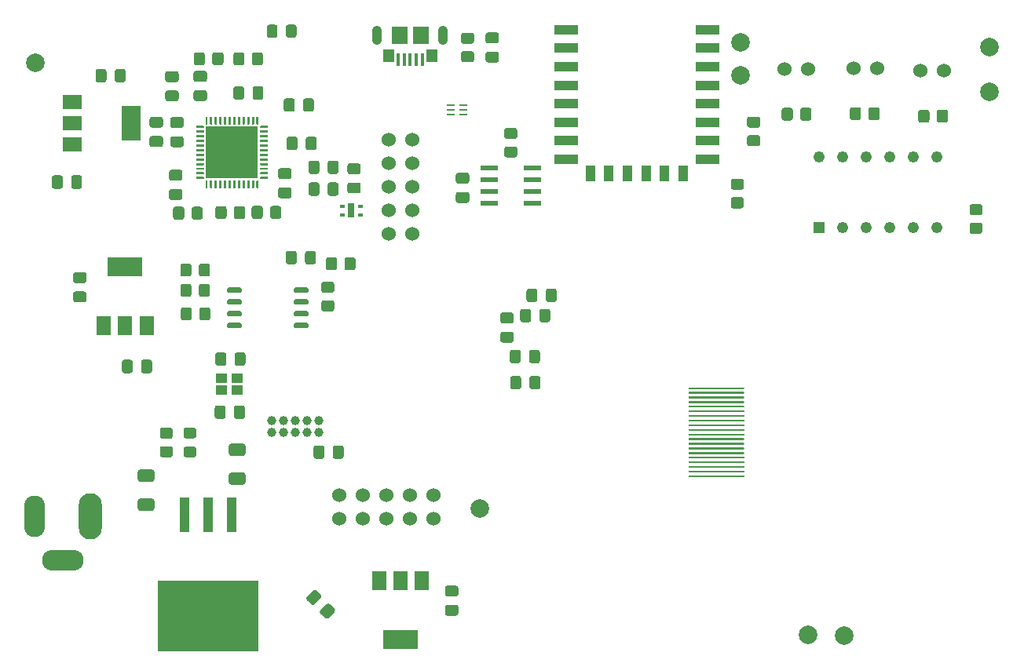
<source format=gbr>
%TF.GenerationSoftware,KiCad,Pcbnew,(5.1.9)-1*%
%TF.CreationDate,2021-04-19T10:41:21+09:00*%
%TF.ProjectId,Air_Pollution_Sensor,4169725f-506f-46c6-9c75-74696f6e5f53,rev?*%
%TF.SameCoordinates,Original*%
%TF.FileFunction,Soldermask,Top*%
%TF.FilePolarity,Negative*%
%FSLAX46Y46*%
G04 Gerber Fmt 4.6, Leading zero omitted, Abs format (unit mm)*
G04 Created by KiCad (PCBNEW (5.1.9)-1) date 2021-04-19 10:41:21*
%MOMM*%
%LPD*%
G01*
G04 APERTURE LIST*
%ADD10C,2.000000*%
%ADD11C,1.000000*%
%ADD12R,0.812800X0.254000*%
%ADD13R,1.500000X2.000000*%
%ADD14R,3.800000X2.000000*%
%ADD15C,1.530000*%
%ADD16R,1.981200X0.558800*%
%ADD17R,2.000000X1.500000*%
%ADD18R,2.000000X3.800000*%
%ADD19R,1.200000X1.000000*%
%ADD20C,1.524000*%
%ADD21C,1.220000*%
%ADD22R,1.220000X1.220000*%
%ADD23R,5.600000X5.600000*%
%ADD24R,10.840000X7.620000*%
%ADD25R,0.990000X3.790000*%
%ADD26R,2.500000X1.000000*%
%ADD27R,1.000000X1.800000*%
%ADD28R,0.600000X0.400000*%
%ADD29R,0.700000X1.600000*%
%ADD30O,2.500000X5.000000*%
%ADD31O,2.250000X4.500000*%
%ADD32O,4.500000X2.250000*%
%ADD33O,1.050000X2.100000*%
%ADD34R,1.150000X1.450000*%
%ADD35R,1.750000X1.900000*%
%ADD36R,0.400000X1.400000*%
G04 APERTURE END LIST*
%TO.C,R25*%
G36*
G01*
X115373999Y-116986000D02*
X116274001Y-116986000D01*
G75*
G02*
X116524000Y-117235999I0J-249999D01*
G01*
X116524000Y-117936001D01*
G75*
G02*
X116274001Y-118186000I-249999J0D01*
G01*
X115373999Y-118186000D01*
G75*
G02*
X115124000Y-117936001I0J249999D01*
G01*
X115124000Y-117235999D01*
G75*
G02*
X115373999Y-116986000I249999J0D01*
G01*
G37*
G36*
G01*
X115373999Y-114986000D02*
X116274001Y-114986000D01*
G75*
G02*
X116524000Y-115235999I0J-249999D01*
G01*
X116524000Y-115936001D01*
G75*
G02*
X116274001Y-116186000I-249999J0D01*
G01*
X115373999Y-116186000D01*
G75*
G02*
X115124000Y-115936001I0J249999D01*
G01*
X115124000Y-115235999D01*
G75*
G02*
X115373999Y-114986000I249999J0D01*
G01*
G37*
%TD*%
%TO.C,D6*%
G36*
G01*
X117913999Y-117036000D02*
X118814001Y-117036000D01*
G75*
G02*
X119064000Y-117285999I0J-249999D01*
G01*
X119064000Y-117936001D01*
G75*
G02*
X118814001Y-118186000I-249999J0D01*
G01*
X117913999Y-118186000D01*
G75*
G02*
X117664000Y-117936001I0J249999D01*
G01*
X117664000Y-117285999D01*
G75*
G02*
X117913999Y-117036000I249999J0D01*
G01*
G37*
G36*
G01*
X117913999Y-114986000D02*
X118814001Y-114986000D01*
G75*
G02*
X119064000Y-115235999I0J-249999D01*
G01*
X119064000Y-115886001D01*
G75*
G02*
X118814001Y-116136000I-249999J0D01*
G01*
X117913999Y-116136000D01*
G75*
G02*
X117664000Y-115886001I0J249999D01*
G01*
X117664000Y-115235999D01*
G75*
G02*
X117913999Y-114986000I249999J0D01*
G01*
G37*
%TD*%
D10*
%TO.C,TP8*%
X188899800Y-137414000D03*
%TD*%
%TO.C,TP7*%
X185039000Y-137363200D03*
%TD*%
%TO.C,C34*%
G36*
G01*
X156736200Y-101186000D02*
X156736200Y-100236000D01*
G75*
G02*
X156986200Y-99986000I250000J0D01*
G01*
X157661200Y-99986000D01*
G75*
G02*
X157911200Y-100236000I0J-250000D01*
G01*
X157911200Y-101186000D01*
G75*
G02*
X157661200Y-101436000I-250000J0D01*
G01*
X156986200Y-101436000D01*
G75*
G02*
X156736200Y-101186000I0J250000D01*
G01*
G37*
G36*
G01*
X154661200Y-101186000D02*
X154661200Y-100236000D01*
G75*
G02*
X154911200Y-99986000I250000J0D01*
G01*
X155586200Y-99986000D01*
G75*
G02*
X155836200Y-100236000I0J-250000D01*
G01*
X155836200Y-101186000D01*
G75*
G02*
X155586200Y-101436000I-250000J0D01*
G01*
X154911200Y-101436000D01*
G75*
G02*
X154661200Y-101186000I0J250000D01*
G01*
G37*
%TD*%
D11*
%TO.C,U10*%
X131013200Y-114198400D03*
X132283200Y-115468400D03*
X132283200Y-114198400D03*
X129743200Y-114198400D03*
X128473200Y-115468400D03*
X129743200Y-115468400D03*
X128473200Y-114198400D03*
X127203200Y-115468400D03*
X131013200Y-115468400D03*
X127203200Y-114198400D03*
%TD*%
%TO.C,C21*%
G36*
G01*
X133770700Y-118102400D02*
X133770700Y-117152400D01*
G75*
G02*
X134020700Y-116902400I250000J0D01*
G01*
X134695700Y-116902400D01*
G75*
G02*
X134945700Y-117152400I0J-250000D01*
G01*
X134945700Y-118102400D01*
G75*
G02*
X134695700Y-118352400I-250000J0D01*
G01*
X134020700Y-118352400D01*
G75*
G02*
X133770700Y-118102400I0J250000D01*
G01*
G37*
G36*
G01*
X131695700Y-118102400D02*
X131695700Y-117152400D01*
G75*
G02*
X131945700Y-116902400I250000J0D01*
G01*
X132620700Y-116902400D01*
G75*
G02*
X132870700Y-117152400I0J-250000D01*
G01*
X132870700Y-118102400D01*
G75*
G02*
X132620700Y-118352400I-250000J0D01*
G01*
X131945700Y-118352400D01*
G75*
G02*
X131695700Y-118102400I0J250000D01*
G01*
G37*
%TD*%
D12*
%TO.C,U9*%
X147878800Y-81233899D03*
X147878800Y-80733900D03*
X147878800Y-80233901D03*
X146532600Y-80233901D03*
X146532600Y-80733900D03*
X146532600Y-81233899D03*
%TD*%
%TO.C,C32*%
G36*
G01*
X133224600Y-89725520D02*
X133224600Y-88775520D01*
G75*
G02*
X133474600Y-88525520I250000J0D01*
G01*
X134149600Y-88525520D01*
G75*
G02*
X134399600Y-88775520I0J-250000D01*
G01*
X134399600Y-89725520D01*
G75*
G02*
X134149600Y-89975520I-250000J0D01*
G01*
X133474600Y-89975520D01*
G75*
G02*
X133224600Y-89725520I0J250000D01*
G01*
G37*
G36*
G01*
X131149600Y-89725520D02*
X131149600Y-88775520D01*
G75*
G02*
X131399600Y-88525520I250000J0D01*
G01*
X132074600Y-88525520D01*
G75*
G02*
X132324600Y-88775520I0J-250000D01*
G01*
X132324600Y-89725520D01*
G75*
G02*
X132074600Y-89975520I-250000J0D01*
G01*
X131399600Y-89975520D01*
G75*
G02*
X131149600Y-89725520I0J250000D01*
G01*
G37*
%TD*%
%TO.C,C31*%
G36*
G01*
X133226799Y-87370941D02*
X133226799Y-86420941D01*
G75*
G02*
X133476799Y-86170941I250000J0D01*
G01*
X134151799Y-86170941D01*
G75*
G02*
X134401799Y-86420941I0J-250000D01*
G01*
X134401799Y-87370941D01*
G75*
G02*
X134151799Y-87620941I-250000J0D01*
G01*
X133476799Y-87620941D01*
G75*
G02*
X133226799Y-87370941I0J250000D01*
G01*
G37*
G36*
G01*
X131151799Y-87370941D02*
X131151799Y-86420941D01*
G75*
G02*
X131401799Y-86170941I250000J0D01*
G01*
X132076799Y-86170941D01*
G75*
G02*
X132326799Y-86420941I0J-250000D01*
G01*
X132326799Y-87370941D01*
G75*
G02*
X132076799Y-87620941I-250000J0D01*
G01*
X131401799Y-87620941D01*
G75*
G02*
X131151799Y-87370941I0J250000D01*
G01*
G37*
%TD*%
D10*
%TO.C,TP6*%
X204607160Y-78724760D03*
%TD*%
%TO.C,TP5*%
X177744120Y-76969620D03*
%TD*%
%TO.C,TP4*%
X177764440Y-73400920D03*
%TD*%
%TO.C,TP3*%
X204607160Y-73929240D03*
%TD*%
%TO.C,TP2*%
X101727000Y-75615800D03*
%TD*%
%TO.C,TP1*%
X149608540Y-123738640D03*
%TD*%
%TO.C,D4*%
G36*
G01*
X127807300Y-71764739D02*
X127807300Y-72664741D01*
G75*
G02*
X127557301Y-72914740I-249999J0D01*
G01*
X126907299Y-72914740D01*
G75*
G02*
X126657300Y-72664741I0J249999D01*
G01*
X126657300Y-71764739D01*
G75*
G02*
X126907299Y-71514740I249999J0D01*
G01*
X127557301Y-71514740D01*
G75*
G02*
X127807300Y-71764739I0J-249999D01*
G01*
G37*
G36*
G01*
X129857300Y-71764739D02*
X129857300Y-72664741D01*
G75*
G02*
X129607301Y-72914740I-249999J0D01*
G01*
X128957299Y-72914740D01*
G75*
G02*
X128707300Y-72664741I0J249999D01*
G01*
X128707300Y-71764739D01*
G75*
G02*
X128957299Y-71514740I249999J0D01*
G01*
X129607301Y-71514740D01*
G75*
G02*
X129857300Y-71764739I0J-249999D01*
G01*
G37*
%TD*%
D13*
%TO.C,U8*%
X109084080Y-103952440D03*
X113684080Y-103952440D03*
X111384080Y-103952440D03*
D14*
X111384080Y-97652440D03*
%TD*%
D15*
%TO.C,J4*%
X134503160Y-124795280D03*
X134503160Y-122255280D03*
X137043160Y-124795280D03*
X137043160Y-122255280D03*
X139583160Y-124795280D03*
X139583160Y-122255280D03*
X142123160Y-122255280D03*
X144663160Y-122255280D03*
X142123160Y-124795280D03*
X144663160Y-124795280D03*
%TD*%
%TO.C,J3*%
X142354300Y-94094300D03*
X139814300Y-94094300D03*
X142354300Y-91554300D03*
X139814300Y-91554300D03*
X142354300Y-89014300D03*
X139814300Y-89014300D03*
X139814300Y-86474300D03*
X139814300Y-83934300D03*
X142354300Y-86474300D03*
X142354300Y-83934300D03*
%TD*%
D16*
%TO.C,U3*%
X150609300Y-90810080D03*
X150609300Y-89540080D03*
X150609300Y-88270080D03*
X150609300Y-87000080D03*
X155333700Y-87000080D03*
X155333700Y-88270080D03*
X155333700Y-89540080D03*
X155333700Y-90810080D03*
%TD*%
%TO.C,C20*%
G36*
G01*
X135592800Y-88541100D02*
X136542800Y-88541100D01*
G75*
G02*
X136792800Y-88791100I0J-250000D01*
G01*
X136792800Y-89466100D01*
G75*
G02*
X136542800Y-89716100I-250000J0D01*
G01*
X135592800Y-89716100D01*
G75*
G02*
X135342800Y-89466100I0J250000D01*
G01*
X135342800Y-88791100D01*
G75*
G02*
X135592800Y-88541100I250000J0D01*
G01*
G37*
G36*
G01*
X135592800Y-86466100D02*
X136542800Y-86466100D01*
G75*
G02*
X136792800Y-86716100I0J-250000D01*
G01*
X136792800Y-87391100D01*
G75*
G02*
X136542800Y-87641100I-250000J0D01*
G01*
X135592800Y-87641100D01*
G75*
G02*
X135342800Y-87391100I0J250000D01*
G01*
X135342800Y-86716100D01*
G75*
G02*
X135592800Y-86466100I250000J0D01*
G01*
G37*
%TD*%
D17*
%TO.C,U12*%
X105706780Y-79841060D03*
X105706780Y-84441060D03*
X105706780Y-82141060D03*
D18*
X112006780Y-82141060D03*
%TD*%
%TO.C,U7*%
G36*
G01*
X129553620Y-100317440D02*
X129553620Y-100017440D01*
G75*
G02*
X129703620Y-99867440I150000J0D01*
G01*
X131003620Y-99867440D01*
G75*
G02*
X131153620Y-100017440I0J-150000D01*
G01*
X131153620Y-100317440D01*
G75*
G02*
X131003620Y-100467440I-150000J0D01*
G01*
X129703620Y-100467440D01*
G75*
G02*
X129553620Y-100317440I0J150000D01*
G01*
G37*
G36*
G01*
X129553620Y-101587440D02*
X129553620Y-101287440D01*
G75*
G02*
X129703620Y-101137440I150000J0D01*
G01*
X131003620Y-101137440D01*
G75*
G02*
X131153620Y-101287440I0J-150000D01*
G01*
X131153620Y-101587440D01*
G75*
G02*
X131003620Y-101737440I-150000J0D01*
G01*
X129703620Y-101737440D01*
G75*
G02*
X129553620Y-101587440I0J150000D01*
G01*
G37*
G36*
G01*
X129553620Y-102857440D02*
X129553620Y-102557440D01*
G75*
G02*
X129703620Y-102407440I150000J0D01*
G01*
X131003620Y-102407440D01*
G75*
G02*
X131153620Y-102557440I0J-150000D01*
G01*
X131153620Y-102857440D01*
G75*
G02*
X131003620Y-103007440I-150000J0D01*
G01*
X129703620Y-103007440D01*
G75*
G02*
X129553620Y-102857440I0J150000D01*
G01*
G37*
G36*
G01*
X129553620Y-104127440D02*
X129553620Y-103827440D01*
G75*
G02*
X129703620Y-103677440I150000J0D01*
G01*
X131003620Y-103677440D01*
G75*
G02*
X131153620Y-103827440I0J-150000D01*
G01*
X131153620Y-104127440D01*
G75*
G02*
X131003620Y-104277440I-150000J0D01*
G01*
X129703620Y-104277440D01*
G75*
G02*
X129553620Y-104127440I0J150000D01*
G01*
G37*
G36*
G01*
X122353620Y-104127440D02*
X122353620Y-103827440D01*
G75*
G02*
X122503620Y-103677440I150000J0D01*
G01*
X123803620Y-103677440D01*
G75*
G02*
X123953620Y-103827440I0J-150000D01*
G01*
X123953620Y-104127440D01*
G75*
G02*
X123803620Y-104277440I-150000J0D01*
G01*
X122503620Y-104277440D01*
G75*
G02*
X122353620Y-104127440I0J150000D01*
G01*
G37*
G36*
G01*
X122353620Y-102857440D02*
X122353620Y-102557440D01*
G75*
G02*
X122503620Y-102407440I150000J0D01*
G01*
X123803620Y-102407440D01*
G75*
G02*
X123953620Y-102557440I0J-150000D01*
G01*
X123953620Y-102857440D01*
G75*
G02*
X123803620Y-103007440I-150000J0D01*
G01*
X122503620Y-103007440D01*
G75*
G02*
X122353620Y-102857440I0J150000D01*
G01*
G37*
G36*
G01*
X122353620Y-101587440D02*
X122353620Y-101287440D01*
G75*
G02*
X122503620Y-101137440I150000J0D01*
G01*
X123803620Y-101137440D01*
G75*
G02*
X123953620Y-101287440I0J-150000D01*
G01*
X123953620Y-101587440D01*
G75*
G02*
X123803620Y-101737440I-150000J0D01*
G01*
X122503620Y-101737440D01*
G75*
G02*
X122353620Y-101587440I0J150000D01*
G01*
G37*
G36*
G01*
X122353620Y-100317440D02*
X122353620Y-100017440D01*
G75*
G02*
X122503620Y-99867440I150000J0D01*
G01*
X123803620Y-99867440D01*
G75*
G02*
X123953620Y-100017440I0J-150000D01*
G01*
X123953620Y-100317440D01*
G75*
G02*
X123803620Y-100467440I-150000J0D01*
G01*
X122503620Y-100467440D01*
G75*
G02*
X122353620Y-100317440I0J150000D01*
G01*
G37*
%TD*%
%TO.C,R16*%
G36*
G01*
X132783159Y-101246380D02*
X133683161Y-101246380D01*
G75*
G02*
X133933160Y-101496379I0J-249999D01*
G01*
X133933160Y-102196381D01*
G75*
G02*
X133683161Y-102446380I-249999J0D01*
G01*
X132783159Y-102446380D01*
G75*
G02*
X132533160Y-102196381I0J249999D01*
G01*
X132533160Y-101496379D01*
G75*
G02*
X132783159Y-101246380I249999J0D01*
G01*
G37*
G36*
G01*
X132783159Y-99246380D02*
X133683161Y-99246380D01*
G75*
G02*
X133933160Y-99496379I0J-249999D01*
G01*
X133933160Y-100196381D01*
G75*
G02*
X133683161Y-100446380I-249999J0D01*
G01*
X132783159Y-100446380D01*
G75*
G02*
X132533160Y-100196381I0J249999D01*
G01*
X132533160Y-99496379D01*
G75*
G02*
X132783159Y-99246380I249999J0D01*
G01*
G37*
%TD*%
%TO.C,R15*%
G36*
G01*
X125047200Y-75644161D02*
X125047200Y-74744159D01*
G75*
G02*
X125297199Y-74494160I249999J0D01*
G01*
X125997201Y-74494160D01*
G75*
G02*
X126247200Y-74744159I0J-249999D01*
G01*
X126247200Y-75644161D01*
G75*
G02*
X125997201Y-75894160I-249999J0D01*
G01*
X125297199Y-75894160D01*
G75*
G02*
X125047200Y-75644161I0J249999D01*
G01*
G37*
G36*
G01*
X123047200Y-75644161D02*
X123047200Y-74744159D01*
G75*
G02*
X123297199Y-74494160I249999J0D01*
G01*
X123997201Y-74494160D01*
G75*
G02*
X124247200Y-74744159I0J-249999D01*
G01*
X124247200Y-75644161D01*
G75*
G02*
X123997201Y-75894160I-249999J0D01*
G01*
X123297199Y-75894160D01*
G75*
G02*
X123047200Y-75644161I0J249999D01*
G01*
G37*
%TD*%
%TO.C,R14*%
G36*
G01*
X119380460Y-103165061D02*
X119380460Y-102265059D01*
G75*
G02*
X119630459Y-102015060I249999J0D01*
G01*
X120330461Y-102015060D01*
G75*
G02*
X120580460Y-102265059I0J-249999D01*
G01*
X120580460Y-103165061D01*
G75*
G02*
X120330461Y-103415060I-249999J0D01*
G01*
X119630459Y-103415060D01*
G75*
G02*
X119380460Y-103165061I0J249999D01*
G01*
G37*
G36*
G01*
X117380460Y-103165061D02*
X117380460Y-102265059D01*
G75*
G02*
X117630459Y-102015060I249999J0D01*
G01*
X118330461Y-102015060D01*
G75*
G02*
X118580460Y-102265059I0J-249999D01*
G01*
X118580460Y-103165061D01*
G75*
G02*
X118330461Y-103415060I-249999J0D01*
G01*
X117630459Y-103415060D01*
G75*
G02*
X117380460Y-103165061I0J249999D01*
G01*
G37*
%TD*%
%TO.C,R13*%
G36*
G01*
X134229400Y-96857399D02*
X134229400Y-97757401D01*
G75*
G02*
X133979401Y-98007400I-249999J0D01*
G01*
X133279399Y-98007400D01*
G75*
G02*
X133029400Y-97757401I0J249999D01*
G01*
X133029400Y-96857399D01*
G75*
G02*
X133279399Y-96607400I249999J0D01*
G01*
X133979401Y-96607400D01*
G75*
G02*
X134229400Y-96857399I0J-249999D01*
G01*
G37*
G36*
G01*
X136229400Y-96857399D02*
X136229400Y-97757401D01*
G75*
G02*
X135979401Y-98007400I-249999J0D01*
G01*
X135279399Y-98007400D01*
G75*
G02*
X135029400Y-97757401I0J249999D01*
G01*
X135029400Y-96857399D01*
G75*
G02*
X135279399Y-96607400I249999J0D01*
G01*
X135979401Y-96607400D01*
G75*
G02*
X136229400Y-96857399I0J-249999D01*
G01*
G37*
%TD*%
%TO.C,R12*%
G36*
G01*
X117748100Y-91401479D02*
X117748100Y-92301481D01*
G75*
G02*
X117498101Y-92551480I-249999J0D01*
G01*
X116798099Y-92551480D01*
G75*
G02*
X116548100Y-92301481I0J249999D01*
G01*
X116548100Y-91401479D01*
G75*
G02*
X116798099Y-91151480I249999J0D01*
G01*
X117498101Y-91151480D01*
G75*
G02*
X117748100Y-91401479I0J-249999D01*
G01*
G37*
G36*
G01*
X119748100Y-91401479D02*
X119748100Y-92301481D01*
G75*
G02*
X119498101Y-92551480I-249999J0D01*
G01*
X118798099Y-92551480D01*
G75*
G02*
X118548100Y-92301481I0J249999D01*
G01*
X118548100Y-91401479D01*
G75*
G02*
X118798099Y-91151480I249999J0D01*
G01*
X119498101Y-91151480D01*
G75*
G02*
X119748100Y-91401479I0J-249999D01*
G01*
G37*
%TD*%
%TO.C,R11*%
G36*
G01*
X118536260Y-99722519D02*
X118536260Y-100622521D01*
G75*
G02*
X118286261Y-100872520I-249999J0D01*
G01*
X117586259Y-100872520D01*
G75*
G02*
X117336260Y-100622521I0J249999D01*
G01*
X117336260Y-99722519D01*
G75*
G02*
X117586259Y-99472520I249999J0D01*
G01*
X118286261Y-99472520D01*
G75*
G02*
X118536260Y-99722519I0J-249999D01*
G01*
G37*
G36*
G01*
X120536260Y-99722519D02*
X120536260Y-100622521D01*
G75*
G02*
X120286261Y-100872520I-249999J0D01*
G01*
X119586259Y-100872520D01*
G75*
G02*
X119336260Y-100622521I0J249999D01*
G01*
X119336260Y-99722519D01*
G75*
G02*
X119586259Y-99472520I249999J0D01*
G01*
X120286261Y-99472520D01*
G75*
G02*
X120536260Y-99722519I0J-249999D01*
G01*
G37*
%TD*%
%TO.C,R10*%
G36*
G01*
X119331180Y-98438121D02*
X119331180Y-97538119D01*
G75*
G02*
X119581179Y-97288120I249999J0D01*
G01*
X120281181Y-97288120D01*
G75*
G02*
X120531180Y-97538119I0J-249999D01*
G01*
X120531180Y-98438121D01*
G75*
G02*
X120281181Y-98688120I-249999J0D01*
G01*
X119581179Y-98688120D01*
G75*
G02*
X119331180Y-98438121I0J249999D01*
G01*
G37*
G36*
G01*
X117331180Y-98438121D02*
X117331180Y-97538119D01*
G75*
G02*
X117581179Y-97288120I249999J0D01*
G01*
X118281181Y-97288120D01*
G75*
G02*
X118531180Y-97538119I0J-249999D01*
G01*
X118531180Y-98438121D01*
G75*
G02*
X118281181Y-98688120I-249999J0D01*
G01*
X117581179Y-98688120D01*
G75*
G02*
X117331180Y-98438121I0J249999D01*
G01*
G37*
%TD*%
%TO.C,R9*%
G36*
G01*
X119986600Y-74744159D02*
X119986600Y-75644161D01*
G75*
G02*
X119736601Y-75894160I-249999J0D01*
G01*
X119036599Y-75894160D01*
G75*
G02*
X118786600Y-75644161I0J249999D01*
G01*
X118786600Y-74744159D01*
G75*
G02*
X119036599Y-74494160I249999J0D01*
G01*
X119736601Y-74494160D01*
G75*
G02*
X119986600Y-74744159I0J-249999D01*
G01*
G37*
G36*
G01*
X121986600Y-74744159D02*
X121986600Y-75644161D01*
G75*
G02*
X121736601Y-75894160I-249999J0D01*
G01*
X121036599Y-75894160D01*
G75*
G02*
X120786600Y-75644161I0J249999D01*
G01*
X120786600Y-74744159D01*
G75*
G02*
X121036599Y-74494160I249999J0D01*
G01*
X121736601Y-74494160D01*
G75*
G02*
X121986600Y-74744159I0J-249999D01*
G01*
G37*
%TD*%
%TO.C,R8*%
G36*
G01*
X198098460Y-80931599D02*
X198098460Y-81831601D01*
G75*
G02*
X197848461Y-82081600I-249999J0D01*
G01*
X197148459Y-82081600D01*
G75*
G02*
X196898460Y-81831601I0J249999D01*
G01*
X196898460Y-80931599D01*
G75*
G02*
X197148459Y-80681600I249999J0D01*
G01*
X197848461Y-80681600D01*
G75*
G02*
X198098460Y-80931599I0J-249999D01*
G01*
G37*
G36*
G01*
X200098460Y-80931599D02*
X200098460Y-81831601D01*
G75*
G02*
X199848461Y-82081600I-249999J0D01*
G01*
X199148459Y-82081600D01*
G75*
G02*
X198898460Y-81831601I0J249999D01*
G01*
X198898460Y-80931599D01*
G75*
G02*
X199148459Y-80681600I249999J0D01*
G01*
X199848461Y-80681600D01*
G75*
G02*
X200098460Y-80931599I0J-249999D01*
G01*
G37*
%TD*%
%TO.C,R7*%
G36*
G01*
X190726620Y-80662359D02*
X190726620Y-81562361D01*
G75*
G02*
X190476621Y-81812360I-249999J0D01*
G01*
X189776619Y-81812360D01*
G75*
G02*
X189526620Y-81562361I0J249999D01*
G01*
X189526620Y-80662359D01*
G75*
G02*
X189776619Y-80412360I249999J0D01*
G01*
X190476621Y-80412360D01*
G75*
G02*
X190726620Y-80662359I0J-249999D01*
G01*
G37*
G36*
G01*
X192726620Y-80662359D02*
X192726620Y-81562361D01*
G75*
G02*
X192476621Y-81812360I-249999J0D01*
G01*
X191776619Y-81812360D01*
G75*
G02*
X191526620Y-81562361I0J249999D01*
G01*
X191526620Y-80662359D01*
G75*
G02*
X191776619Y-80412360I249999J0D01*
G01*
X192476621Y-80412360D01*
G75*
G02*
X192726620Y-80662359I0J-249999D01*
G01*
G37*
%TD*%
%TO.C,R6*%
G36*
G01*
X183374080Y-80715699D02*
X183374080Y-81615701D01*
G75*
G02*
X183124081Y-81865700I-249999J0D01*
G01*
X182424079Y-81865700D01*
G75*
G02*
X182174080Y-81615701I0J249999D01*
G01*
X182174080Y-80715699D01*
G75*
G02*
X182424079Y-80465700I249999J0D01*
G01*
X183124081Y-80465700D01*
G75*
G02*
X183374080Y-80715699I0J-249999D01*
G01*
G37*
G36*
G01*
X185374080Y-80715699D02*
X185374080Y-81615701D01*
G75*
G02*
X185124081Y-81865700I-249999J0D01*
G01*
X184424079Y-81865700D01*
G75*
G02*
X184174080Y-81615701I0J249999D01*
G01*
X184174080Y-80715699D01*
G75*
G02*
X184424079Y-80465700I249999J0D01*
G01*
X185124081Y-80465700D01*
G75*
G02*
X185374080Y-80715699I0J-249999D01*
G01*
G37*
%TD*%
%TO.C,C33*%
G36*
G01*
X116908600Y-77701900D02*
X115958600Y-77701900D01*
G75*
G02*
X115708600Y-77451900I0J250000D01*
G01*
X115708600Y-76776900D01*
G75*
G02*
X115958600Y-76526900I250000J0D01*
G01*
X116908600Y-76526900D01*
G75*
G02*
X117158600Y-76776900I0J-250000D01*
G01*
X117158600Y-77451900D01*
G75*
G02*
X116908600Y-77701900I-250000J0D01*
G01*
G37*
G36*
G01*
X116908600Y-79776900D02*
X115958600Y-79776900D01*
G75*
G02*
X115708600Y-79526900I0J250000D01*
G01*
X115708600Y-78851900D01*
G75*
G02*
X115958600Y-78601900I250000J0D01*
G01*
X116908600Y-78601900D01*
G75*
G02*
X117158600Y-78851900I0J-250000D01*
G01*
X117158600Y-79526900D01*
G75*
G02*
X116908600Y-79776900I-250000J0D01*
G01*
G37*
%TD*%
%TO.C,C28*%
G36*
G01*
X119956600Y-77680400D02*
X119006600Y-77680400D01*
G75*
G02*
X118756600Y-77430400I0J250000D01*
G01*
X118756600Y-76755400D01*
G75*
G02*
X119006600Y-76505400I250000J0D01*
G01*
X119956600Y-76505400D01*
G75*
G02*
X120206600Y-76755400I0J-250000D01*
G01*
X120206600Y-77430400D01*
G75*
G02*
X119956600Y-77680400I-250000J0D01*
G01*
G37*
G36*
G01*
X119956600Y-79755400D02*
X119006600Y-79755400D01*
G75*
G02*
X118756600Y-79505400I0J250000D01*
G01*
X118756600Y-78830400D01*
G75*
G02*
X119006600Y-78580400I250000J0D01*
G01*
X119956600Y-78580400D01*
G75*
G02*
X120206600Y-78830400I0J-250000D01*
G01*
X120206600Y-79505400D01*
G75*
G02*
X119956600Y-79755400I-250000J0D01*
G01*
G37*
%TD*%
%TO.C,C27*%
G36*
G01*
X125117100Y-79352160D02*
X125117100Y-78402160D01*
G75*
G02*
X125367100Y-78152160I250000J0D01*
G01*
X126042100Y-78152160D01*
G75*
G02*
X126292100Y-78402160I0J-250000D01*
G01*
X126292100Y-79352160D01*
G75*
G02*
X126042100Y-79602160I-250000J0D01*
G01*
X125367100Y-79602160D01*
G75*
G02*
X125117100Y-79352160I0J250000D01*
G01*
G37*
G36*
G01*
X123042100Y-79352160D02*
X123042100Y-78402160D01*
G75*
G02*
X123292100Y-78152160I250000J0D01*
G01*
X123967100Y-78152160D01*
G75*
G02*
X124217100Y-78402160I0J-250000D01*
G01*
X124217100Y-79352160D01*
G75*
G02*
X123967100Y-79602160I-250000J0D01*
G01*
X123292100Y-79602160D01*
G75*
G02*
X123042100Y-79352160I0J250000D01*
G01*
G37*
%TD*%
%TO.C,C26*%
G36*
G01*
X116365000Y-89248400D02*
X117315000Y-89248400D01*
G75*
G02*
X117565000Y-89498400I0J-250000D01*
G01*
X117565000Y-90173400D01*
G75*
G02*
X117315000Y-90423400I-250000J0D01*
G01*
X116365000Y-90423400D01*
G75*
G02*
X116115000Y-90173400I0J250000D01*
G01*
X116115000Y-89498400D01*
G75*
G02*
X116365000Y-89248400I250000J0D01*
G01*
G37*
G36*
G01*
X116365000Y-87173400D02*
X117315000Y-87173400D01*
G75*
G02*
X117565000Y-87423400I0J-250000D01*
G01*
X117565000Y-88098400D01*
G75*
G02*
X117315000Y-88348400I-250000J0D01*
G01*
X116365000Y-88348400D01*
G75*
G02*
X116115000Y-88098400I0J250000D01*
G01*
X116115000Y-87423400D01*
G75*
G02*
X116365000Y-87173400I250000J0D01*
G01*
G37*
%TD*%
%TO.C,C25*%
G36*
G01*
X130570300Y-80662800D02*
X130570300Y-79712800D01*
G75*
G02*
X130820300Y-79462800I250000J0D01*
G01*
X131495300Y-79462800D01*
G75*
G02*
X131745300Y-79712800I0J-250000D01*
G01*
X131745300Y-80662800D01*
G75*
G02*
X131495300Y-80912800I-250000J0D01*
G01*
X130820300Y-80912800D01*
G75*
G02*
X130570300Y-80662800I0J250000D01*
G01*
G37*
G36*
G01*
X128495300Y-80662800D02*
X128495300Y-79712800D01*
G75*
G02*
X128745300Y-79462800I250000J0D01*
G01*
X129420300Y-79462800D01*
G75*
G02*
X129670300Y-79712800I0J-250000D01*
G01*
X129670300Y-80662800D01*
G75*
G02*
X129420300Y-80912800I-250000J0D01*
G01*
X128745300Y-80912800D01*
G75*
G02*
X128495300Y-80662800I0J250000D01*
G01*
G37*
%TD*%
%TO.C,C24*%
G36*
G01*
X110269440Y-77490340D02*
X110269440Y-76540340D01*
G75*
G02*
X110519440Y-76290340I250000J0D01*
G01*
X111194440Y-76290340D01*
G75*
G02*
X111444440Y-76540340I0J-250000D01*
G01*
X111444440Y-77490340D01*
G75*
G02*
X111194440Y-77740340I-250000J0D01*
G01*
X110519440Y-77740340D01*
G75*
G02*
X110269440Y-77490340I0J250000D01*
G01*
G37*
G36*
G01*
X108194440Y-77490340D02*
X108194440Y-76540340D01*
G75*
G02*
X108444440Y-76290340I250000J0D01*
G01*
X109119440Y-76290340D01*
G75*
G02*
X109369440Y-76540340I0J-250000D01*
G01*
X109369440Y-77490340D01*
G75*
G02*
X109119440Y-77740340I-250000J0D01*
G01*
X108444440Y-77740340D01*
G75*
G02*
X108194440Y-77490340I0J250000D01*
G01*
G37*
%TD*%
%TO.C,C23*%
G36*
G01*
X105564180Y-88968600D02*
X105564180Y-88018600D01*
G75*
G02*
X105814180Y-87768600I250000J0D01*
G01*
X106489180Y-87768600D01*
G75*
G02*
X106739180Y-88018600I0J-250000D01*
G01*
X106739180Y-88968600D01*
G75*
G02*
X106489180Y-89218600I-250000J0D01*
G01*
X105814180Y-89218600D01*
G75*
G02*
X105564180Y-88968600I0J250000D01*
G01*
G37*
G36*
G01*
X103489180Y-88968600D02*
X103489180Y-88018600D01*
G75*
G02*
X103739180Y-87768600I250000J0D01*
G01*
X104414180Y-87768600D01*
G75*
G02*
X104664180Y-88018600I0J-250000D01*
G01*
X104664180Y-88968600D01*
G75*
G02*
X104414180Y-89218600I-250000J0D01*
G01*
X103739180Y-89218600D01*
G75*
G02*
X103489180Y-88968600I0J250000D01*
G01*
G37*
%TD*%
%TO.C,C22*%
G36*
G01*
X130781300Y-97122000D02*
X130781300Y-96172000D01*
G75*
G02*
X131031300Y-95922000I250000J0D01*
G01*
X131706300Y-95922000D01*
G75*
G02*
X131956300Y-96172000I0J-250000D01*
G01*
X131956300Y-97122000D01*
G75*
G02*
X131706300Y-97372000I-250000J0D01*
G01*
X131031300Y-97372000D01*
G75*
G02*
X130781300Y-97122000I0J250000D01*
G01*
G37*
G36*
G01*
X128706300Y-97122000D02*
X128706300Y-96172000D01*
G75*
G02*
X128956300Y-95922000I250000J0D01*
G01*
X129631300Y-95922000D01*
G75*
G02*
X129881300Y-96172000I0J-250000D01*
G01*
X129881300Y-97122000D01*
G75*
G02*
X129631300Y-97372000I-250000J0D01*
G01*
X128956300Y-97372000D01*
G75*
G02*
X128706300Y-97122000I0J250000D01*
G01*
G37*
%TD*%
%TO.C,U11*%
G36*
G01*
X172131140Y-110781960D02*
X172131140Y-110681960D01*
G75*
G02*
X172181140Y-110631960I50000J0D01*
G01*
X178081140Y-110631960D01*
G75*
G02*
X178131140Y-110681960I0J-50000D01*
G01*
X178131140Y-110781960D01*
G75*
G02*
X178081140Y-110831960I-50000J0D01*
G01*
X172181140Y-110831960D01*
G75*
G02*
X172131140Y-110781960I0J50000D01*
G01*
G37*
G36*
G01*
X172131140Y-111281960D02*
X172131140Y-111181960D01*
G75*
G02*
X172181140Y-111131960I50000J0D01*
G01*
X178081140Y-111131960D01*
G75*
G02*
X178131140Y-111181960I0J-50000D01*
G01*
X178131140Y-111281960D01*
G75*
G02*
X178081140Y-111331960I-50000J0D01*
G01*
X172181140Y-111331960D01*
G75*
G02*
X172131140Y-111281960I0J50000D01*
G01*
G37*
G36*
G01*
X172131140Y-111781960D02*
X172131140Y-111681960D01*
G75*
G02*
X172181140Y-111631960I50000J0D01*
G01*
X178081140Y-111631960D01*
G75*
G02*
X178131140Y-111681960I0J-50000D01*
G01*
X178131140Y-111781960D01*
G75*
G02*
X178081140Y-111831960I-50000J0D01*
G01*
X172181140Y-111831960D01*
G75*
G02*
X172131140Y-111781960I0J50000D01*
G01*
G37*
G36*
G01*
X172131140Y-112281960D02*
X172131140Y-112181960D01*
G75*
G02*
X172181140Y-112131960I50000J0D01*
G01*
X178081140Y-112131960D01*
G75*
G02*
X178131140Y-112181960I0J-50000D01*
G01*
X178131140Y-112281960D01*
G75*
G02*
X178081140Y-112331960I-50000J0D01*
G01*
X172181140Y-112331960D01*
G75*
G02*
X172131140Y-112281960I0J50000D01*
G01*
G37*
G36*
G01*
X172131140Y-112781960D02*
X172131140Y-112681960D01*
G75*
G02*
X172181140Y-112631960I50000J0D01*
G01*
X178081140Y-112631960D01*
G75*
G02*
X178131140Y-112681960I0J-50000D01*
G01*
X178131140Y-112781960D01*
G75*
G02*
X178081140Y-112831960I-50000J0D01*
G01*
X172181140Y-112831960D01*
G75*
G02*
X172131140Y-112781960I0J50000D01*
G01*
G37*
G36*
G01*
X172131140Y-113281960D02*
X172131140Y-113181960D01*
G75*
G02*
X172181140Y-113131960I50000J0D01*
G01*
X178081140Y-113131960D01*
G75*
G02*
X178131140Y-113181960I0J-50000D01*
G01*
X178131140Y-113281960D01*
G75*
G02*
X178081140Y-113331960I-50000J0D01*
G01*
X172181140Y-113331960D01*
G75*
G02*
X172131140Y-113281960I0J50000D01*
G01*
G37*
G36*
G01*
X172131140Y-113781960D02*
X172131140Y-113681960D01*
G75*
G02*
X172181140Y-113631960I50000J0D01*
G01*
X178081140Y-113631960D01*
G75*
G02*
X178131140Y-113681960I0J-50000D01*
G01*
X178131140Y-113781960D01*
G75*
G02*
X178081140Y-113831960I-50000J0D01*
G01*
X172181140Y-113831960D01*
G75*
G02*
X172131140Y-113781960I0J50000D01*
G01*
G37*
G36*
G01*
X172131140Y-114281960D02*
X172131140Y-114181960D01*
G75*
G02*
X172181140Y-114131960I50000J0D01*
G01*
X178081140Y-114131960D01*
G75*
G02*
X178131140Y-114181960I0J-50000D01*
G01*
X178131140Y-114281960D01*
G75*
G02*
X178081140Y-114331960I-50000J0D01*
G01*
X172181140Y-114331960D01*
G75*
G02*
X172131140Y-114281960I0J50000D01*
G01*
G37*
G36*
G01*
X172131140Y-114781960D02*
X172131140Y-114681960D01*
G75*
G02*
X172181140Y-114631960I50000J0D01*
G01*
X178081140Y-114631960D01*
G75*
G02*
X178131140Y-114681960I0J-50000D01*
G01*
X178131140Y-114781960D01*
G75*
G02*
X178081140Y-114831960I-50000J0D01*
G01*
X172181140Y-114831960D01*
G75*
G02*
X172131140Y-114781960I0J50000D01*
G01*
G37*
G36*
G01*
X172131140Y-115281960D02*
X172131140Y-115181960D01*
G75*
G02*
X172181140Y-115131960I50000J0D01*
G01*
X178081140Y-115131960D01*
G75*
G02*
X178131140Y-115181960I0J-50000D01*
G01*
X178131140Y-115281960D01*
G75*
G02*
X178081140Y-115331960I-50000J0D01*
G01*
X172181140Y-115331960D01*
G75*
G02*
X172131140Y-115281960I0J50000D01*
G01*
G37*
G36*
G01*
X172131140Y-115781960D02*
X172131140Y-115681960D01*
G75*
G02*
X172181140Y-115631960I50000J0D01*
G01*
X178081140Y-115631960D01*
G75*
G02*
X178131140Y-115681960I0J-50000D01*
G01*
X178131140Y-115781960D01*
G75*
G02*
X178081140Y-115831960I-50000J0D01*
G01*
X172181140Y-115831960D01*
G75*
G02*
X172131140Y-115781960I0J50000D01*
G01*
G37*
G36*
G01*
X172131140Y-116281960D02*
X172131140Y-116181960D01*
G75*
G02*
X172181140Y-116131960I50000J0D01*
G01*
X178081140Y-116131960D01*
G75*
G02*
X178131140Y-116181960I0J-50000D01*
G01*
X178131140Y-116281960D01*
G75*
G02*
X178081140Y-116331960I-50000J0D01*
G01*
X172181140Y-116331960D01*
G75*
G02*
X172131140Y-116281960I0J50000D01*
G01*
G37*
G36*
G01*
X172131140Y-116781960D02*
X172131140Y-116681960D01*
G75*
G02*
X172181140Y-116631960I50000J0D01*
G01*
X178081140Y-116631960D01*
G75*
G02*
X178131140Y-116681960I0J-50000D01*
G01*
X178131140Y-116781960D01*
G75*
G02*
X178081140Y-116831960I-50000J0D01*
G01*
X172181140Y-116831960D01*
G75*
G02*
X172131140Y-116781960I0J50000D01*
G01*
G37*
G36*
G01*
X172131140Y-117281960D02*
X172131140Y-117181960D01*
G75*
G02*
X172181140Y-117131960I50000J0D01*
G01*
X178081140Y-117131960D01*
G75*
G02*
X178131140Y-117181960I0J-50000D01*
G01*
X178131140Y-117281960D01*
G75*
G02*
X178081140Y-117331960I-50000J0D01*
G01*
X172181140Y-117331960D01*
G75*
G02*
X172131140Y-117281960I0J50000D01*
G01*
G37*
G36*
G01*
X172131140Y-117781960D02*
X172131140Y-117681960D01*
G75*
G02*
X172181140Y-117631960I50000J0D01*
G01*
X178081140Y-117631960D01*
G75*
G02*
X178131140Y-117681960I0J-50000D01*
G01*
X178131140Y-117781960D01*
G75*
G02*
X178081140Y-117831960I-50000J0D01*
G01*
X172181140Y-117831960D01*
G75*
G02*
X172131140Y-117781960I0J50000D01*
G01*
G37*
G36*
G01*
X172131140Y-118281960D02*
X172131140Y-118181960D01*
G75*
G02*
X172181140Y-118131960I50000J0D01*
G01*
X178081140Y-118131960D01*
G75*
G02*
X178131140Y-118181960I0J-50000D01*
G01*
X178131140Y-118281960D01*
G75*
G02*
X178081140Y-118331960I-50000J0D01*
G01*
X172181140Y-118331960D01*
G75*
G02*
X172131140Y-118281960I0J50000D01*
G01*
G37*
G36*
G01*
X172131140Y-118781960D02*
X172131140Y-118681960D01*
G75*
G02*
X172181140Y-118631960I50000J0D01*
G01*
X178081140Y-118631960D01*
G75*
G02*
X178131140Y-118681960I0J-50000D01*
G01*
X178131140Y-118781960D01*
G75*
G02*
X178081140Y-118831960I-50000J0D01*
G01*
X172181140Y-118831960D01*
G75*
G02*
X172131140Y-118781960I0J50000D01*
G01*
G37*
G36*
G01*
X172131140Y-119281960D02*
X172131140Y-119181960D01*
G75*
G02*
X172181140Y-119131960I50000J0D01*
G01*
X178081140Y-119131960D01*
G75*
G02*
X178131140Y-119181960I0J-50000D01*
G01*
X178131140Y-119281960D01*
G75*
G02*
X178081140Y-119331960I-50000J0D01*
G01*
X172181140Y-119331960D01*
G75*
G02*
X172131140Y-119281960I0J50000D01*
G01*
G37*
G36*
G01*
X172131140Y-119781960D02*
X172131140Y-119681960D01*
G75*
G02*
X172181140Y-119631960I50000J0D01*
G01*
X178081140Y-119631960D01*
G75*
G02*
X178131140Y-119681960I0J-50000D01*
G01*
X178131140Y-119781960D01*
G75*
G02*
X178081140Y-119831960I-50000J0D01*
G01*
X172181140Y-119831960D01*
G75*
G02*
X172131140Y-119781960I0J50000D01*
G01*
G37*
G36*
G01*
X172131140Y-120281960D02*
X172131140Y-120181960D01*
G75*
G02*
X172181140Y-120131960I50000J0D01*
G01*
X178081140Y-120131960D01*
G75*
G02*
X178131140Y-120181960I0J-50000D01*
G01*
X178131140Y-120281960D01*
G75*
G02*
X178081140Y-120331960I-50000J0D01*
G01*
X172181140Y-120331960D01*
G75*
G02*
X172131140Y-120281960I0J50000D01*
G01*
G37*
%TD*%
%TO.C,C39*%
G36*
G01*
X115211880Y-82633400D02*
X114261880Y-82633400D01*
G75*
G02*
X114011880Y-82383400I0J250000D01*
G01*
X114011880Y-81708400D01*
G75*
G02*
X114261880Y-81458400I250000J0D01*
G01*
X115211880Y-81458400D01*
G75*
G02*
X115461880Y-81708400I0J-250000D01*
G01*
X115461880Y-82383400D01*
G75*
G02*
X115211880Y-82633400I-250000J0D01*
G01*
G37*
G36*
G01*
X115211880Y-84708400D02*
X114261880Y-84708400D01*
G75*
G02*
X114011880Y-84458400I0J250000D01*
G01*
X114011880Y-83783400D01*
G75*
G02*
X114261880Y-83533400I250000J0D01*
G01*
X115211880Y-83533400D01*
G75*
G02*
X115461880Y-83783400I0J-250000D01*
G01*
X115461880Y-84458400D01*
G75*
G02*
X115211880Y-84708400I-250000J0D01*
G01*
G37*
%TD*%
D19*
%TO.C,Y1*%
X123501520Y-110969820D03*
X121801520Y-110969820D03*
X121801520Y-109669820D03*
X123501520Y-109669820D03*
%TD*%
%TO.C,C30*%
G36*
G01*
X123123020Y-113792020D02*
X123123020Y-112842020D01*
G75*
G02*
X123373020Y-112592020I250000J0D01*
G01*
X124048020Y-112592020D01*
G75*
G02*
X124298020Y-112842020I0J-250000D01*
G01*
X124298020Y-113792020D01*
G75*
G02*
X124048020Y-114042020I-250000J0D01*
G01*
X123373020Y-114042020D01*
G75*
G02*
X123123020Y-113792020I0J250000D01*
G01*
G37*
G36*
G01*
X121048020Y-113792020D02*
X121048020Y-112842020D01*
G75*
G02*
X121298020Y-112592020I250000J0D01*
G01*
X121973020Y-112592020D01*
G75*
G02*
X122223020Y-112842020I0J-250000D01*
G01*
X122223020Y-113792020D01*
G75*
G02*
X121973020Y-114042020I-250000J0D01*
G01*
X121298020Y-114042020D01*
G75*
G02*
X121048020Y-113792020I0J250000D01*
G01*
G37*
%TD*%
%TO.C,C29*%
G36*
G01*
X123186520Y-108064320D02*
X123186520Y-107114320D01*
G75*
G02*
X123436520Y-106864320I250000J0D01*
G01*
X124111520Y-106864320D01*
G75*
G02*
X124361520Y-107114320I0J-250000D01*
G01*
X124361520Y-108064320D01*
G75*
G02*
X124111520Y-108314320I-250000J0D01*
G01*
X123436520Y-108314320D01*
G75*
G02*
X123186520Y-108064320I0J250000D01*
G01*
G37*
G36*
G01*
X121111520Y-108064320D02*
X121111520Y-107114320D01*
G75*
G02*
X121361520Y-106864320I250000J0D01*
G01*
X122036520Y-106864320D01*
G75*
G02*
X122286520Y-107114320I0J-250000D01*
G01*
X122286520Y-108064320D01*
G75*
G02*
X122036520Y-108314320I-250000J0D01*
G01*
X121361520Y-108314320D01*
G75*
G02*
X121111520Y-108064320I0J250000D01*
G01*
G37*
%TD*%
D13*
%TO.C,U13*%
X143358900Y-131523340D03*
X138758900Y-131523340D03*
X141058900Y-131523340D03*
D14*
X141058900Y-137823340D03*
%TD*%
%TO.C,FB1*%
G36*
G01*
X152077400Y-104644700D02*
X153027400Y-104644700D01*
G75*
G02*
X153277400Y-104894700I0J-250000D01*
G01*
X153277400Y-105569700D01*
G75*
G02*
X153027400Y-105819700I-250000J0D01*
G01*
X152077400Y-105819700D01*
G75*
G02*
X151827400Y-105569700I0J250000D01*
G01*
X151827400Y-104894700D01*
G75*
G02*
X152077400Y-104644700I250000J0D01*
G01*
G37*
G36*
G01*
X152077400Y-102569700D02*
X153027400Y-102569700D01*
G75*
G02*
X153277400Y-102819700I0J-250000D01*
G01*
X153277400Y-103494700D01*
G75*
G02*
X153027400Y-103744700I-250000J0D01*
G01*
X152077400Y-103744700D01*
G75*
G02*
X151827400Y-103494700I0J250000D01*
G01*
X151827400Y-102819700D01*
G75*
G02*
X152077400Y-102569700I250000J0D01*
G01*
G37*
%TD*%
%TO.C,C15*%
G36*
G01*
X147058400Y-133203620D02*
X146108400Y-133203620D01*
G75*
G02*
X145858400Y-132953620I0J250000D01*
G01*
X145858400Y-132278620D01*
G75*
G02*
X146108400Y-132028620I250000J0D01*
G01*
X147058400Y-132028620D01*
G75*
G02*
X147308400Y-132278620I0J-250000D01*
G01*
X147308400Y-132953620D01*
G75*
G02*
X147058400Y-133203620I-250000J0D01*
G01*
G37*
G36*
G01*
X147058400Y-135278620D02*
X146108400Y-135278620D01*
G75*
G02*
X145858400Y-135028620I0J250000D01*
G01*
X145858400Y-134353620D01*
G75*
G02*
X146108400Y-134103620I250000J0D01*
G01*
X147058400Y-134103620D01*
G75*
G02*
X147308400Y-134353620I0J-250000D01*
G01*
X147308400Y-135028620D01*
G75*
G02*
X147058400Y-135278620I-250000J0D01*
G01*
G37*
%TD*%
%TO.C,C14*%
G36*
G01*
X132473598Y-133394427D02*
X131801847Y-134066178D01*
G75*
G02*
X131448293Y-134066178I-176777J176777D01*
G01*
X130970996Y-133588881D01*
G75*
G02*
X130970996Y-133235327I176777J176777D01*
G01*
X131642747Y-132563576D01*
G75*
G02*
X131996301Y-132563576I176777J-176777D01*
G01*
X132473598Y-133040873D01*
G75*
G02*
X132473598Y-133394427I-176777J-176777D01*
G01*
G37*
G36*
G01*
X133940844Y-134861673D02*
X133269093Y-135533424D01*
G75*
G02*
X132915539Y-135533424I-176777J176777D01*
G01*
X132438242Y-135056127D01*
G75*
G02*
X132438242Y-134702573I176777J176777D01*
G01*
X133109993Y-134030822D01*
G75*
G02*
X133463547Y-134030822I176777J-176777D01*
G01*
X133940844Y-134508119D01*
G75*
G02*
X133940844Y-134861673I-176777J-176777D01*
G01*
G37*
%TD*%
%TO.C,R23*%
G36*
G01*
X179596201Y-82630060D02*
X178696199Y-82630060D01*
G75*
G02*
X178446200Y-82380061I0J249999D01*
G01*
X178446200Y-81680059D01*
G75*
G02*
X178696199Y-81430060I249999J0D01*
G01*
X179596201Y-81430060D01*
G75*
G02*
X179846200Y-81680059I0J-249999D01*
G01*
X179846200Y-82380061D01*
G75*
G02*
X179596201Y-82630060I-249999J0D01*
G01*
G37*
G36*
G01*
X179596201Y-84630060D02*
X178696199Y-84630060D01*
G75*
G02*
X178446200Y-84380061I0J249999D01*
G01*
X178446200Y-83680059D01*
G75*
G02*
X178696199Y-83430060I249999J0D01*
G01*
X179596201Y-83430060D01*
G75*
G02*
X179846200Y-83680059I0J-249999D01*
G01*
X179846200Y-84380061D01*
G75*
G02*
X179596201Y-84630060I-249999J0D01*
G01*
G37*
%TD*%
%TO.C,R22*%
G36*
G01*
X176938519Y-90132360D02*
X177838521Y-90132360D01*
G75*
G02*
X178088520Y-90382359I0J-249999D01*
G01*
X178088520Y-91082361D01*
G75*
G02*
X177838521Y-91332360I-249999J0D01*
G01*
X176938519Y-91332360D01*
G75*
G02*
X176688520Y-91082361I0J249999D01*
G01*
X176688520Y-90382359D01*
G75*
G02*
X176938519Y-90132360I249999J0D01*
G01*
G37*
G36*
G01*
X176938519Y-88132360D02*
X177838521Y-88132360D01*
G75*
G02*
X178088520Y-88382359I0J-249999D01*
G01*
X178088520Y-89082361D01*
G75*
G02*
X177838521Y-89332360I-249999J0D01*
G01*
X176938519Y-89332360D01*
G75*
G02*
X176688520Y-89082361I0J249999D01*
G01*
X176688520Y-88382359D01*
G75*
G02*
X176938519Y-88132360I249999J0D01*
G01*
G37*
%TD*%
%TO.C,R20*%
G36*
G01*
X203566181Y-92073780D02*
X202666179Y-92073780D01*
G75*
G02*
X202416180Y-91823781I0J249999D01*
G01*
X202416180Y-91123779D01*
G75*
G02*
X202666179Y-90873780I249999J0D01*
G01*
X203566181Y-90873780D01*
G75*
G02*
X203816180Y-91123779I0J-249999D01*
G01*
X203816180Y-91823781D01*
G75*
G02*
X203566181Y-92073780I-249999J0D01*
G01*
G37*
G36*
G01*
X203566181Y-94073780D02*
X202666179Y-94073780D01*
G75*
G02*
X202416180Y-93823781I0J249999D01*
G01*
X202416180Y-93123779D01*
G75*
G02*
X202666179Y-92873780I249999J0D01*
G01*
X203566181Y-92873780D01*
G75*
G02*
X203816180Y-93123779I0J-249999D01*
G01*
X203816180Y-93823781D01*
G75*
G02*
X203566181Y-94073780I-249999J0D01*
G01*
G37*
%TD*%
D20*
%TO.C,D3*%
X199644000Y-76454000D03*
X197104000Y-76454000D03*
%TD*%
%TO.C,D2*%
X192481200Y-76250800D03*
X189941200Y-76250800D03*
%TD*%
%TO.C,D1*%
X184993280Y-76301600D03*
X182453280Y-76301600D03*
%TD*%
%TO.C,C43*%
G36*
G01*
X106972120Y-99393680D02*
X106022120Y-99393680D01*
G75*
G02*
X105772120Y-99143680I0J250000D01*
G01*
X105772120Y-98468680D01*
G75*
G02*
X106022120Y-98218680I250000J0D01*
G01*
X106972120Y-98218680D01*
G75*
G02*
X107222120Y-98468680I0J-250000D01*
G01*
X107222120Y-99143680D01*
G75*
G02*
X106972120Y-99393680I-250000J0D01*
G01*
G37*
G36*
G01*
X106972120Y-101468680D02*
X106022120Y-101468680D01*
G75*
G02*
X105772120Y-101218680I0J250000D01*
G01*
X105772120Y-100543680D01*
G75*
G02*
X106022120Y-100293680I250000J0D01*
G01*
X106972120Y-100293680D01*
G75*
G02*
X107222120Y-100543680I0J-250000D01*
G01*
X107222120Y-101218680D01*
G75*
G02*
X106972120Y-101468680I-250000J0D01*
G01*
G37*
%TD*%
%TO.C,C42*%
G36*
G01*
X112202900Y-107911880D02*
X112202900Y-108861880D01*
G75*
G02*
X111952900Y-109111880I-250000J0D01*
G01*
X111277900Y-109111880D01*
G75*
G02*
X111027900Y-108861880I0J250000D01*
G01*
X111027900Y-107911880D01*
G75*
G02*
X111277900Y-107661880I250000J0D01*
G01*
X111952900Y-107661880D01*
G75*
G02*
X112202900Y-107911880I0J-250000D01*
G01*
G37*
G36*
G01*
X114277900Y-107911880D02*
X114277900Y-108861880D01*
G75*
G02*
X114027900Y-109111880I-250000J0D01*
G01*
X113352900Y-109111880D01*
G75*
G02*
X113102900Y-108861880I0J250000D01*
G01*
X113102900Y-107911880D01*
G75*
G02*
X113352900Y-107661880I250000J0D01*
G01*
X114027900Y-107661880D01*
G75*
G02*
X114277900Y-107911880I0J-250000D01*
G01*
G37*
%TD*%
%TO.C,C41*%
G36*
G01*
X117447080Y-82651180D02*
X116497080Y-82651180D01*
G75*
G02*
X116247080Y-82401180I0J250000D01*
G01*
X116247080Y-81726180D01*
G75*
G02*
X116497080Y-81476180I250000J0D01*
G01*
X117447080Y-81476180D01*
G75*
G02*
X117697080Y-81726180I0J-250000D01*
G01*
X117697080Y-82401180D01*
G75*
G02*
X117447080Y-82651180I-250000J0D01*
G01*
G37*
G36*
G01*
X117447080Y-84726180D02*
X116497080Y-84726180D01*
G75*
G02*
X116247080Y-84476180I0J250000D01*
G01*
X116247080Y-83801180D01*
G75*
G02*
X116497080Y-83551180I250000J0D01*
G01*
X117447080Y-83551180D01*
G75*
G02*
X117697080Y-83801180I0J-250000D01*
G01*
X117697080Y-84476180D01*
G75*
G02*
X117447080Y-84726180I-250000J0D01*
G01*
G37*
%TD*%
%TO.C,C19*%
G36*
G01*
X129075200Y-88170600D02*
X128125200Y-88170600D01*
G75*
G02*
X127875200Y-87920600I0J250000D01*
G01*
X127875200Y-87245600D01*
G75*
G02*
X128125200Y-86995600I250000J0D01*
G01*
X129075200Y-86995600D01*
G75*
G02*
X129325200Y-87245600I0J-250000D01*
G01*
X129325200Y-87920600D01*
G75*
G02*
X129075200Y-88170600I-250000J0D01*
G01*
G37*
G36*
G01*
X129075200Y-90245600D02*
X128125200Y-90245600D01*
G75*
G02*
X127875200Y-89995600I0J250000D01*
G01*
X127875200Y-89320600D01*
G75*
G02*
X128125200Y-89070600I250000J0D01*
G01*
X129075200Y-89070600D01*
G75*
G02*
X129325200Y-89320600I0J-250000D01*
G01*
X129325200Y-89995600D01*
G75*
G02*
X129075200Y-90245600I-250000J0D01*
G01*
G37*
%TD*%
%TO.C,C18*%
G36*
G01*
X148239500Y-88660820D02*
X147289500Y-88660820D01*
G75*
G02*
X147039500Y-88410820I0J250000D01*
G01*
X147039500Y-87735820D01*
G75*
G02*
X147289500Y-87485820I250000J0D01*
G01*
X148239500Y-87485820D01*
G75*
G02*
X148489500Y-87735820I0J-250000D01*
G01*
X148489500Y-88410820D01*
G75*
G02*
X148239500Y-88660820I-250000J0D01*
G01*
G37*
G36*
G01*
X148239500Y-90735820D02*
X147289500Y-90735820D01*
G75*
G02*
X147039500Y-90485820I0J250000D01*
G01*
X147039500Y-89810820D01*
G75*
G02*
X147289500Y-89560820I250000J0D01*
G01*
X148239500Y-89560820D01*
G75*
G02*
X148489500Y-89810820I0J-250000D01*
G01*
X148489500Y-90485820D01*
G75*
G02*
X148239500Y-90735820I-250000J0D01*
G01*
G37*
%TD*%
%TO.C,C17*%
G36*
G01*
X130865120Y-84797920D02*
X130865120Y-83847920D01*
G75*
G02*
X131115120Y-83597920I250000J0D01*
G01*
X131790120Y-83597920D01*
G75*
G02*
X132040120Y-83847920I0J-250000D01*
G01*
X132040120Y-84797920D01*
G75*
G02*
X131790120Y-85047920I-250000J0D01*
G01*
X131115120Y-85047920D01*
G75*
G02*
X130865120Y-84797920I0J250000D01*
G01*
G37*
G36*
G01*
X128790120Y-84797920D02*
X128790120Y-83847920D01*
G75*
G02*
X129040120Y-83597920I250000J0D01*
G01*
X129715120Y-83597920D01*
G75*
G02*
X129965120Y-83847920I0J-250000D01*
G01*
X129965120Y-84797920D01*
G75*
G02*
X129715120Y-85047920I-250000J0D01*
G01*
X129040120Y-85047920D01*
G75*
G02*
X128790120Y-84797920I0J250000D01*
G01*
G37*
%TD*%
D21*
%TO.C,S1*%
X186235340Y-85745320D03*
X188775340Y-85745320D03*
X191315340Y-85745320D03*
X193855340Y-85745320D03*
X196395340Y-85745320D03*
X198935340Y-85745320D03*
X198935340Y-93365320D03*
X196395340Y-93365320D03*
X193855340Y-93365320D03*
X191315340Y-93365320D03*
X188775340Y-93365320D03*
D22*
X186235340Y-93365320D03*
%TD*%
%TO.C,R24*%
G36*
G01*
X153408801Y-83842400D02*
X152508799Y-83842400D01*
G75*
G02*
X152258800Y-83592401I0J249999D01*
G01*
X152258800Y-82892399D01*
G75*
G02*
X152508799Y-82642400I249999J0D01*
G01*
X153408801Y-82642400D01*
G75*
G02*
X153658800Y-82892399I0J-249999D01*
G01*
X153658800Y-83592401D01*
G75*
G02*
X153408801Y-83842400I-249999J0D01*
G01*
G37*
G36*
G01*
X153408801Y-85842400D02*
X152508799Y-85842400D01*
G75*
G02*
X152258800Y-85592401I0J249999D01*
G01*
X152258800Y-84892399D01*
G75*
G02*
X152508799Y-84642400I249999J0D01*
G01*
X153408801Y-84642400D01*
G75*
G02*
X153658800Y-84892399I0J-249999D01*
G01*
X153658800Y-85592401D01*
G75*
G02*
X153408801Y-85842400I-249999J0D01*
G01*
G37*
%TD*%
D23*
%TO.C,U2*%
X122910600Y-85303360D03*
G36*
G01*
X125785600Y-88365860D02*
X125785600Y-89115860D01*
G75*
G02*
X125723100Y-89178360I-62500J0D01*
G01*
X125598100Y-89178360D01*
G75*
G02*
X125535600Y-89115860I0J62500D01*
G01*
X125535600Y-88365860D01*
G75*
G02*
X125598100Y-88303360I62500J0D01*
G01*
X125723100Y-88303360D01*
G75*
G02*
X125785600Y-88365860I0J-62500D01*
G01*
G37*
G36*
G01*
X125285600Y-88365860D02*
X125285600Y-89115860D01*
G75*
G02*
X125223100Y-89178360I-62500J0D01*
G01*
X125098100Y-89178360D01*
G75*
G02*
X125035600Y-89115860I0J62500D01*
G01*
X125035600Y-88365860D01*
G75*
G02*
X125098100Y-88303360I62500J0D01*
G01*
X125223100Y-88303360D01*
G75*
G02*
X125285600Y-88365860I0J-62500D01*
G01*
G37*
G36*
G01*
X124785600Y-88365860D02*
X124785600Y-89115860D01*
G75*
G02*
X124723100Y-89178360I-62500J0D01*
G01*
X124598100Y-89178360D01*
G75*
G02*
X124535600Y-89115860I0J62500D01*
G01*
X124535600Y-88365860D01*
G75*
G02*
X124598100Y-88303360I62500J0D01*
G01*
X124723100Y-88303360D01*
G75*
G02*
X124785600Y-88365860I0J-62500D01*
G01*
G37*
G36*
G01*
X124285600Y-88365860D02*
X124285600Y-89115860D01*
G75*
G02*
X124223100Y-89178360I-62500J0D01*
G01*
X124098100Y-89178360D01*
G75*
G02*
X124035600Y-89115860I0J62500D01*
G01*
X124035600Y-88365860D01*
G75*
G02*
X124098100Y-88303360I62500J0D01*
G01*
X124223100Y-88303360D01*
G75*
G02*
X124285600Y-88365860I0J-62500D01*
G01*
G37*
G36*
G01*
X123785600Y-88365860D02*
X123785600Y-89115860D01*
G75*
G02*
X123723100Y-89178360I-62500J0D01*
G01*
X123598100Y-89178360D01*
G75*
G02*
X123535600Y-89115860I0J62500D01*
G01*
X123535600Y-88365860D01*
G75*
G02*
X123598100Y-88303360I62500J0D01*
G01*
X123723100Y-88303360D01*
G75*
G02*
X123785600Y-88365860I0J-62500D01*
G01*
G37*
G36*
G01*
X123285600Y-88365860D02*
X123285600Y-89115860D01*
G75*
G02*
X123223100Y-89178360I-62500J0D01*
G01*
X123098100Y-89178360D01*
G75*
G02*
X123035600Y-89115860I0J62500D01*
G01*
X123035600Y-88365860D01*
G75*
G02*
X123098100Y-88303360I62500J0D01*
G01*
X123223100Y-88303360D01*
G75*
G02*
X123285600Y-88365860I0J-62500D01*
G01*
G37*
G36*
G01*
X122785600Y-88365860D02*
X122785600Y-89115860D01*
G75*
G02*
X122723100Y-89178360I-62500J0D01*
G01*
X122598100Y-89178360D01*
G75*
G02*
X122535600Y-89115860I0J62500D01*
G01*
X122535600Y-88365860D01*
G75*
G02*
X122598100Y-88303360I62500J0D01*
G01*
X122723100Y-88303360D01*
G75*
G02*
X122785600Y-88365860I0J-62500D01*
G01*
G37*
G36*
G01*
X122285600Y-88365860D02*
X122285600Y-89115860D01*
G75*
G02*
X122223100Y-89178360I-62500J0D01*
G01*
X122098100Y-89178360D01*
G75*
G02*
X122035600Y-89115860I0J62500D01*
G01*
X122035600Y-88365860D01*
G75*
G02*
X122098100Y-88303360I62500J0D01*
G01*
X122223100Y-88303360D01*
G75*
G02*
X122285600Y-88365860I0J-62500D01*
G01*
G37*
G36*
G01*
X121785600Y-88365860D02*
X121785600Y-89115860D01*
G75*
G02*
X121723100Y-89178360I-62500J0D01*
G01*
X121598100Y-89178360D01*
G75*
G02*
X121535600Y-89115860I0J62500D01*
G01*
X121535600Y-88365860D01*
G75*
G02*
X121598100Y-88303360I62500J0D01*
G01*
X121723100Y-88303360D01*
G75*
G02*
X121785600Y-88365860I0J-62500D01*
G01*
G37*
G36*
G01*
X121285600Y-88365860D02*
X121285600Y-89115860D01*
G75*
G02*
X121223100Y-89178360I-62500J0D01*
G01*
X121098100Y-89178360D01*
G75*
G02*
X121035600Y-89115860I0J62500D01*
G01*
X121035600Y-88365860D01*
G75*
G02*
X121098100Y-88303360I62500J0D01*
G01*
X121223100Y-88303360D01*
G75*
G02*
X121285600Y-88365860I0J-62500D01*
G01*
G37*
G36*
G01*
X120785600Y-88365860D02*
X120785600Y-89115860D01*
G75*
G02*
X120723100Y-89178360I-62500J0D01*
G01*
X120598100Y-89178360D01*
G75*
G02*
X120535600Y-89115860I0J62500D01*
G01*
X120535600Y-88365860D01*
G75*
G02*
X120598100Y-88303360I62500J0D01*
G01*
X120723100Y-88303360D01*
G75*
G02*
X120785600Y-88365860I0J-62500D01*
G01*
G37*
G36*
G01*
X120285600Y-88365860D02*
X120285600Y-89115860D01*
G75*
G02*
X120223100Y-89178360I-62500J0D01*
G01*
X120098100Y-89178360D01*
G75*
G02*
X120035600Y-89115860I0J62500D01*
G01*
X120035600Y-88365860D01*
G75*
G02*
X120098100Y-88303360I62500J0D01*
G01*
X120223100Y-88303360D01*
G75*
G02*
X120285600Y-88365860I0J-62500D01*
G01*
G37*
G36*
G01*
X119910600Y-87990860D02*
X119910600Y-88115860D01*
G75*
G02*
X119848100Y-88178360I-62500J0D01*
G01*
X119098100Y-88178360D01*
G75*
G02*
X119035600Y-88115860I0J62500D01*
G01*
X119035600Y-87990860D01*
G75*
G02*
X119098100Y-87928360I62500J0D01*
G01*
X119848100Y-87928360D01*
G75*
G02*
X119910600Y-87990860I0J-62500D01*
G01*
G37*
G36*
G01*
X119910600Y-87490860D02*
X119910600Y-87615860D01*
G75*
G02*
X119848100Y-87678360I-62500J0D01*
G01*
X119098100Y-87678360D01*
G75*
G02*
X119035600Y-87615860I0J62500D01*
G01*
X119035600Y-87490860D01*
G75*
G02*
X119098100Y-87428360I62500J0D01*
G01*
X119848100Y-87428360D01*
G75*
G02*
X119910600Y-87490860I0J-62500D01*
G01*
G37*
G36*
G01*
X119910600Y-86990860D02*
X119910600Y-87115860D01*
G75*
G02*
X119848100Y-87178360I-62500J0D01*
G01*
X119098100Y-87178360D01*
G75*
G02*
X119035600Y-87115860I0J62500D01*
G01*
X119035600Y-86990860D01*
G75*
G02*
X119098100Y-86928360I62500J0D01*
G01*
X119848100Y-86928360D01*
G75*
G02*
X119910600Y-86990860I0J-62500D01*
G01*
G37*
G36*
G01*
X119910600Y-86490860D02*
X119910600Y-86615860D01*
G75*
G02*
X119848100Y-86678360I-62500J0D01*
G01*
X119098100Y-86678360D01*
G75*
G02*
X119035600Y-86615860I0J62500D01*
G01*
X119035600Y-86490860D01*
G75*
G02*
X119098100Y-86428360I62500J0D01*
G01*
X119848100Y-86428360D01*
G75*
G02*
X119910600Y-86490860I0J-62500D01*
G01*
G37*
G36*
G01*
X119910600Y-85990860D02*
X119910600Y-86115860D01*
G75*
G02*
X119848100Y-86178360I-62500J0D01*
G01*
X119098100Y-86178360D01*
G75*
G02*
X119035600Y-86115860I0J62500D01*
G01*
X119035600Y-85990860D01*
G75*
G02*
X119098100Y-85928360I62500J0D01*
G01*
X119848100Y-85928360D01*
G75*
G02*
X119910600Y-85990860I0J-62500D01*
G01*
G37*
G36*
G01*
X119910600Y-85490860D02*
X119910600Y-85615860D01*
G75*
G02*
X119848100Y-85678360I-62500J0D01*
G01*
X119098100Y-85678360D01*
G75*
G02*
X119035600Y-85615860I0J62500D01*
G01*
X119035600Y-85490860D01*
G75*
G02*
X119098100Y-85428360I62500J0D01*
G01*
X119848100Y-85428360D01*
G75*
G02*
X119910600Y-85490860I0J-62500D01*
G01*
G37*
G36*
G01*
X119910600Y-84990860D02*
X119910600Y-85115860D01*
G75*
G02*
X119848100Y-85178360I-62500J0D01*
G01*
X119098100Y-85178360D01*
G75*
G02*
X119035600Y-85115860I0J62500D01*
G01*
X119035600Y-84990860D01*
G75*
G02*
X119098100Y-84928360I62500J0D01*
G01*
X119848100Y-84928360D01*
G75*
G02*
X119910600Y-84990860I0J-62500D01*
G01*
G37*
G36*
G01*
X119910600Y-84490860D02*
X119910600Y-84615860D01*
G75*
G02*
X119848100Y-84678360I-62500J0D01*
G01*
X119098100Y-84678360D01*
G75*
G02*
X119035600Y-84615860I0J62500D01*
G01*
X119035600Y-84490860D01*
G75*
G02*
X119098100Y-84428360I62500J0D01*
G01*
X119848100Y-84428360D01*
G75*
G02*
X119910600Y-84490860I0J-62500D01*
G01*
G37*
G36*
G01*
X119910600Y-83990860D02*
X119910600Y-84115860D01*
G75*
G02*
X119848100Y-84178360I-62500J0D01*
G01*
X119098100Y-84178360D01*
G75*
G02*
X119035600Y-84115860I0J62500D01*
G01*
X119035600Y-83990860D01*
G75*
G02*
X119098100Y-83928360I62500J0D01*
G01*
X119848100Y-83928360D01*
G75*
G02*
X119910600Y-83990860I0J-62500D01*
G01*
G37*
G36*
G01*
X119910600Y-83490860D02*
X119910600Y-83615860D01*
G75*
G02*
X119848100Y-83678360I-62500J0D01*
G01*
X119098100Y-83678360D01*
G75*
G02*
X119035600Y-83615860I0J62500D01*
G01*
X119035600Y-83490860D01*
G75*
G02*
X119098100Y-83428360I62500J0D01*
G01*
X119848100Y-83428360D01*
G75*
G02*
X119910600Y-83490860I0J-62500D01*
G01*
G37*
G36*
G01*
X119910600Y-82990860D02*
X119910600Y-83115860D01*
G75*
G02*
X119848100Y-83178360I-62500J0D01*
G01*
X119098100Y-83178360D01*
G75*
G02*
X119035600Y-83115860I0J62500D01*
G01*
X119035600Y-82990860D01*
G75*
G02*
X119098100Y-82928360I62500J0D01*
G01*
X119848100Y-82928360D01*
G75*
G02*
X119910600Y-82990860I0J-62500D01*
G01*
G37*
G36*
G01*
X119910600Y-82490860D02*
X119910600Y-82615860D01*
G75*
G02*
X119848100Y-82678360I-62500J0D01*
G01*
X119098100Y-82678360D01*
G75*
G02*
X119035600Y-82615860I0J62500D01*
G01*
X119035600Y-82490860D01*
G75*
G02*
X119098100Y-82428360I62500J0D01*
G01*
X119848100Y-82428360D01*
G75*
G02*
X119910600Y-82490860I0J-62500D01*
G01*
G37*
G36*
G01*
X120285600Y-81490860D02*
X120285600Y-82240860D01*
G75*
G02*
X120223100Y-82303360I-62500J0D01*
G01*
X120098100Y-82303360D01*
G75*
G02*
X120035600Y-82240860I0J62500D01*
G01*
X120035600Y-81490860D01*
G75*
G02*
X120098100Y-81428360I62500J0D01*
G01*
X120223100Y-81428360D01*
G75*
G02*
X120285600Y-81490860I0J-62500D01*
G01*
G37*
G36*
G01*
X120785600Y-81490860D02*
X120785600Y-82240860D01*
G75*
G02*
X120723100Y-82303360I-62500J0D01*
G01*
X120598100Y-82303360D01*
G75*
G02*
X120535600Y-82240860I0J62500D01*
G01*
X120535600Y-81490860D01*
G75*
G02*
X120598100Y-81428360I62500J0D01*
G01*
X120723100Y-81428360D01*
G75*
G02*
X120785600Y-81490860I0J-62500D01*
G01*
G37*
G36*
G01*
X121285600Y-81490860D02*
X121285600Y-82240860D01*
G75*
G02*
X121223100Y-82303360I-62500J0D01*
G01*
X121098100Y-82303360D01*
G75*
G02*
X121035600Y-82240860I0J62500D01*
G01*
X121035600Y-81490860D01*
G75*
G02*
X121098100Y-81428360I62500J0D01*
G01*
X121223100Y-81428360D01*
G75*
G02*
X121285600Y-81490860I0J-62500D01*
G01*
G37*
G36*
G01*
X121785600Y-81490860D02*
X121785600Y-82240860D01*
G75*
G02*
X121723100Y-82303360I-62500J0D01*
G01*
X121598100Y-82303360D01*
G75*
G02*
X121535600Y-82240860I0J62500D01*
G01*
X121535600Y-81490860D01*
G75*
G02*
X121598100Y-81428360I62500J0D01*
G01*
X121723100Y-81428360D01*
G75*
G02*
X121785600Y-81490860I0J-62500D01*
G01*
G37*
G36*
G01*
X122285600Y-81490860D02*
X122285600Y-82240860D01*
G75*
G02*
X122223100Y-82303360I-62500J0D01*
G01*
X122098100Y-82303360D01*
G75*
G02*
X122035600Y-82240860I0J62500D01*
G01*
X122035600Y-81490860D01*
G75*
G02*
X122098100Y-81428360I62500J0D01*
G01*
X122223100Y-81428360D01*
G75*
G02*
X122285600Y-81490860I0J-62500D01*
G01*
G37*
G36*
G01*
X122785600Y-81490860D02*
X122785600Y-82240860D01*
G75*
G02*
X122723100Y-82303360I-62500J0D01*
G01*
X122598100Y-82303360D01*
G75*
G02*
X122535600Y-82240860I0J62500D01*
G01*
X122535600Y-81490860D01*
G75*
G02*
X122598100Y-81428360I62500J0D01*
G01*
X122723100Y-81428360D01*
G75*
G02*
X122785600Y-81490860I0J-62500D01*
G01*
G37*
G36*
G01*
X123285600Y-81490860D02*
X123285600Y-82240860D01*
G75*
G02*
X123223100Y-82303360I-62500J0D01*
G01*
X123098100Y-82303360D01*
G75*
G02*
X123035600Y-82240860I0J62500D01*
G01*
X123035600Y-81490860D01*
G75*
G02*
X123098100Y-81428360I62500J0D01*
G01*
X123223100Y-81428360D01*
G75*
G02*
X123285600Y-81490860I0J-62500D01*
G01*
G37*
G36*
G01*
X123785600Y-81490860D02*
X123785600Y-82240860D01*
G75*
G02*
X123723100Y-82303360I-62500J0D01*
G01*
X123598100Y-82303360D01*
G75*
G02*
X123535600Y-82240860I0J62500D01*
G01*
X123535600Y-81490860D01*
G75*
G02*
X123598100Y-81428360I62500J0D01*
G01*
X123723100Y-81428360D01*
G75*
G02*
X123785600Y-81490860I0J-62500D01*
G01*
G37*
G36*
G01*
X124285600Y-81490860D02*
X124285600Y-82240860D01*
G75*
G02*
X124223100Y-82303360I-62500J0D01*
G01*
X124098100Y-82303360D01*
G75*
G02*
X124035600Y-82240860I0J62500D01*
G01*
X124035600Y-81490860D01*
G75*
G02*
X124098100Y-81428360I62500J0D01*
G01*
X124223100Y-81428360D01*
G75*
G02*
X124285600Y-81490860I0J-62500D01*
G01*
G37*
G36*
G01*
X124785600Y-81490860D02*
X124785600Y-82240860D01*
G75*
G02*
X124723100Y-82303360I-62500J0D01*
G01*
X124598100Y-82303360D01*
G75*
G02*
X124535600Y-82240860I0J62500D01*
G01*
X124535600Y-81490860D01*
G75*
G02*
X124598100Y-81428360I62500J0D01*
G01*
X124723100Y-81428360D01*
G75*
G02*
X124785600Y-81490860I0J-62500D01*
G01*
G37*
G36*
G01*
X125285600Y-81490860D02*
X125285600Y-82240860D01*
G75*
G02*
X125223100Y-82303360I-62500J0D01*
G01*
X125098100Y-82303360D01*
G75*
G02*
X125035600Y-82240860I0J62500D01*
G01*
X125035600Y-81490860D01*
G75*
G02*
X125098100Y-81428360I62500J0D01*
G01*
X125223100Y-81428360D01*
G75*
G02*
X125285600Y-81490860I0J-62500D01*
G01*
G37*
G36*
G01*
X125785600Y-81490860D02*
X125785600Y-82240860D01*
G75*
G02*
X125723100Y-82303360I-62500J0D01*
G01*
X125598100Y-82303360D01*
G75*
G02*
X125535600Y-82240860I0J62500D01*
G01*
X125535600Y-81490860D01*
G75*
G02*
X125598100Y-81428360I62500J0D01*
G01*
X125723100Y-81428360D01*
G75*
G02*
X125785600Y-81490860I0J-62500D01*
G01*
G37*
G36*
G01*
X126785600Y-82490860D02*
X126785600Y-82615860D01*
G75*
G02*
X126723100Y-82678360I-62500J0D01*
G01*
X125973100Y-82678360D01*
G75*
G02*
X125910600Y-82615860I0J62500D01*
G01*
X125910600Y-82490860D01*
G75*
G02*
X125973100Y-82428360I62500J0D01*
G01*
X126723100Y-82428360D01*
G75*
G02*
X126785600Y-82490860I0J-62500D01*
G01*
G37*
G36*
G01*
X126785600Y-82990860D02*
X126785600Y-83115860D01*
G75*
G02*
X126723100Y-83178360I-62500J0D01*
G01*
X125973100Y-83178360D01*
G75*
G02*
X125910600Y-83115860I0J62500D01*
G01*
X125910600Y-82990860D01*
G75*
G02*
X125973100Y-82928360I62500J0D01*
G01*
X126723100Y-82928360D01*
G75*
G02*
X126785600Y-82990860I0J-62500D01*
G01*
G37*
G36*
G01*
X126785600Y-83490860D02*
X126785600Y-83615860D01*
G75*
G02*
X126723100Y-83678360I-62500J0D01*
G01*
X125973100Y-83678360D01*
G75*
G02*
X125910600Y-83615860I0J62500D01*
G01*
X125910600Y-83490860D01*
G75*
G02*
X125973100Y-83428360I62500J0D01*
G01*
X126723100Y-83428360D01*
G75*
G02*
X126785600Y-83490860I0J-62500D01*
G01*
G37*
G36*
G01*
X126785600Y-83990860D02*
X126785600Y-84115860D01*
G75*
G02*
X126723100Y-84178360I-62500J0D01*
G01*
X125973100Y-84178360D01*
G75*
G02*
X125910600Y-84115860I0J62500D01*
G01*
X125910600Y-83990860D01*
G75*
G02*
X125973100Y-83928360I62500J0D01*
G01*
X126723100Y-83928360D01*
G75*
G02*
X126785600Y-83990860I0J-62500D01*
G01*
G37*
G36*
G01*
X126785600Y-84490860D02*
X126785600Y-84615860D01*
G75*
G02*
X126723100Y-84678360I-62500J0D01*
G01*
X125973100Y-84678360D01*
G75*
G02*
X125910600Y-84615860I0J62500D01*
G01*
X125910600Y-84490860D01*
G75*
G02*
X125973100Y-84428360I62500J0D01*
G01*
X126723100Y-84428360D01*
G75*
G02*
X126785600Y-84490860I0J-62500D01*
G01*
G37*
G36*
G01*
X126785600Y-84990860D02*
X126785600Y-85115860D01*
G75*
G02*
X126723100Y-85178360I-62500J0D01*
G01*
X125973100Y-85178360D01*
G75*
G02*
X125910600Y-85115860I0J62500D01*
G01*
X125910600Y-84990860D01*
G75*
G02*
X125973100Y-84928360I62500J0D01*
G01*
X126723100Y-84928360D01*
G75*
G02*
X126785600Y-84990860I0J-62500D01*
G01*
G37*
G36*
G01*
X126785600Y-85490860D02*
X126785600Y-85615860D01*
G75*
G02*
X126723100Y-85678360I-62500J0D01*
G01*
X125973100Y-85678360D01*
G75*
G02*
X125910600Y-85615860I0J62500D01*
G01*
X125910600Y-85490860D01*
G75*
G02*
X125973100Y-85428360I62500J0D01*
G01*
X126723100Y-85428360D01*
G75*
G02*
X126785600Y-85490860I0J-62500D01*
G01*
G37*
G36*
G01*
X126785600Y-85990860D02*
X126785600Y-86115860D01*
G75*
G02*
X126723100Y-86178360I-62500J0D01*
G01*
X125973100Y-86178360D01*
G75*
G02*
X125910600Y-86115860I0J62500D01*
G01*
X125910600Y-85990860D01*
G75*
G02*
X125973100Y-85928360I62500J0D01*
G01*
X126723100Y-85928360D01*
G75*
G02*
X126785600Y-85990860I0J-62500D01*
G01*
G37*
G36*
G01*
X126785600Y-86490860D02*
X126785600Y-86615860D01*
G75*
G02*
X126723100Y-86678360I-62500J0D01*
G01*
X125973100Y-86678360D01*
G75*
G02*
X125910600Y-86615860I0J62500D01*
G01*
X125910600Y-86490860D01*
G75*
G02*
X125973100Y-86428360I62500J0D01*
G01*
X126723100Y-86428360D01*
G75*
G02*
X126785600Y-86490860I0J-62500D01*
G01*
G37*
G36*
G01*
X126785600Y-86990860D02*
X126785600Y-87115860D01*
G75*
G02*
X126723100Y-87178360I-62500J0D01*
G01*
X125973100Y-87178360D01*
G75*
G02*
X125910600Y-87115860I0J62500D01*
G01*
X125910600Y-86990860D01*
G75*
G02*
X125973100Y-86928360I62500J0D01*
G01*
X126723100Y-86928360D01*
G75*
G02*
X126785600Y-86990860I0J-62500D01*
G01*
G37*
G36*
G01*
X126785600Y-87490860D02*
X126785600Y-87615860D01*
G75*
G02*
X126723100Y-87678360I-62500J0D01*
G01*
X125973100Y-87678360D01*
G75*
G02*
X125910600Y-87615860I0J62500D01*
G01*
X125910600Y-87490860D01*
G75*
G02*
X125973100Y-87428360I62500J0D01*
G01*
X126723100Y-87428360D01*
G75*
G02*
X126785600Y-87490860I0J-62500D01*
G01*
G37*
G36*
G01*
X126785600Y-87990860D02*
X126785600Y-88115860D01*
G75*
G02*
X126723100Y-88178360I-62500J0D01*
G01*
X125973100Y-88178360D01*
G75*
G02*
X125910600Y-88115860I0J62500D01*
G01*
X125910600Y-87990860D01*
G75*
G02*
X125973100Y-87928360I62500J0D01*
G01*
X126723100Y-87928360D01*
G75*
G02*
X126785600Y-87990860I0J-62500D01*
G01*
G37*
%TD*%
%TO.C,C2*%
G36*
G01*
X124119403Y-118030420D02*
X122819397Y-118030420D01*
G75*
G02*
X122569400Y-117780423I0J249997D01*
G01*
X122569400Y-116955417D01*
G75*
G02*
X122819397Y-116705420I249997J0D01*
G01*
X124119403Y-116705420D01*
G75*
G02*
X124369400Y-116955417I0J-249997D01*
G01*
X124369400Y-117780423D01*
G75*
G02*
X124119403Y-118030420I-249997J0D01*
G01*
G37*
G36*
G01*
X124119403Y-121155420D02*
X122819397Y-121155420D01*
G75*
G02*
X122569400Y-120905423I0J249997D01*
G01*
X122569400Y-120080417D01*
G75*
G02*
X122819397Y-119830420I249997J0D01*
G01*
X124119403Y-119830420D01*
G75*
G02*
X124369400Y-120080417I0J-249997D01*
G01*
X124369400Y-120905423D01*
G75*
G02*
X124119403Y-121155420I-249997J0D01*
G01*
G37*
%TD*%
%TO.C,C1*%
G36*
G01*
X114289603Y-120829100D02*
X112989597Y-120829100D01*
G75*
G02*
X112739600Y-120579103I0J249997D01*
G01*
X112739600Y-119754097D01*
G75*
G02*
X112989597Y-119504100I249997J0D01*
G01*
X114289603Y-119504100D01*
G75*
G02*
X114539600Y-119754097I0J-249997D01*
G01*
X114539600Y-120579103D01*
G75*
G02*
X114289603Y-120829100I-249997J0D01*
G01*
G37*
G36*
G01*
X114289603Y-123954100D02*
X112989597Y-123954100D01*
G75*
G02*
X112739600Y-123704103I0J249997D01*
G01*
X112739600Y-122879097D01*
G75*
G02*
X112989597Y-122629100I249997J0D01*
G01*
X114289603Y-122629100D01*
G75*
G02*
X114539600Y-122879097I0J-249997D01*
G01*
X114539600Y-123704103D01*
G75*
G02*
X114289603Y-123954100I-249997J0D01*
G01*
G37*
%TD*%
D24*
%TO.C,U1*%
X120345200Y-135290000D03*
D25*
X117805200Y-124410000D03*
X120345200Y-124410000D03*
X122885200Y-124410000D03*
%TD*%
D26*
%TO.C,U5*%
X174147800Y-72039600D03*
X174147800Y-74039600D03*
X174147800Y-76039600D03*
X174147800Y-78039600D03*
X174147800Y-80039600D03*
X174147800Y-82039600D03*
X174147800Y-84039600D03*
X174147800Y-86039600D03*
D27*
X171547800Y-87539600D03*
X169547800Y-87539600D03*
X167547800Y-87539600D03*
X165547800Y-87539600D03*
X163547800Y-87539600D03*
X161547800Y-87539600D03*
D26*
X158947800Y-86039600D03*
X158947800Y-84039600D03*
X158947800Y-82039600D03*
X158947800Y-80039600D03*
X158947800Y-78039600D03*
X158947800Y-76039600D03*
X158947800Y-74039600D03*
X158947800Y-72039600D03*
%TD*%
D28*
%TO.C,U4*%
X136713000Y-92042000D03*
X134813000Y-91092000D03*
X134813000Y-92042000D03*
X136713000Y-91092000D03*
D29*
X135763000Y-91567000D03*
%TD*%
D30*
%TO.C,J1*%
X107648000Y-124586000D03*
D31*
X101648000Y-124586000D03*
D32*
X104648000Y-129286000D03*
%TD*%
%TO.C,R3*%
G36*
G01*
X147852979Y-74368100D02*
X148752981Y-74368100D01*
G75*
G02*
X149002980Y-74618099I0J-249999D01*
G01*
X149002980Y-75318101D01*
G75*
G02*
X148752981Y-75568100I-249999J0D01*
G01*
X147852979Y-75568100D01*
G75*
G02*
X147602980Y-75318101I0J249999D01*
G01*
X147602980Y-74618099D01*
G75*
G02*
X147852979Y-74368100I249999J0D01*
G01*
G37*
G36*
G01*
X147852979Y-72368100D02*
X148752981Y-72368100D01*
G75*
G02*
X149002980Y-72618099I0J-249999D01*
G01*
X149002980Y-73318101D01*
G75*
G02*
X148752981Y-73568100I-249999J0D01*
G01*
X147852979Y-73568100D01*
G75*
G02*
X147602980Y-73318101I0J249999D01*
G01*
X147602980Y-72618099D01*
G75*
G02*
X147852979Y-72368100I249999J0D01*
G01*
G37*
%TD*%
%TO.C,R2*%
G36*
G01*
X122320100Y-91335439D02*
X122320100Y-92235441D01*
G75*
G02*
X122070101Y-92485440I-249999J0D01*
G01*
X121370099Y-92485440D01*
G75*
G02*
X121120100Y-92235441I0J249999D01*
G01*
X121120100Y-91335439D01*
G75*
G02*
X121370099Y-91085440I249999J0D01*
G01*
X122070101Y-91085440D01*
G75*
G02*
X122320100Y-91335439I0J-249999D01*
G01*
G37*
G36*
G01*
X124320100Y-91335439D02*
X124320100Y-92235441D01*
G75*
G02*
X124070101Y-92485440I-249999J0D01*
G01*
X123370099Y-92485440D01*
G75*
G02*
X123120100Y-92235441I0J249999D01*
G01*
X123120100Y-91335439D01*
G75*
G02*
X123370099Y-91085440I249999J0D01*
G01*
X124070101Y-91085440D01*
G75*
G02*
X124320100Y-91335439I0J-249999D01*
G01*
G37*
%TD*%
%TO.C,R1*%
G36*
G01*
X126218240Y-91322739D02*
X126218240Y-92222741D01*
G75*
G02*
X125968241Y-92472740I-249999J0D01*
G01*
X125268239Y-92472740D01*
G75*
G02*
X125018240Y-92222741I0J249999D01*
G01*
X125018240Y-91322739D01*
G75*
G02*
X125268239Y-91072740I249999J0D01*
G01*
X125968241Y-91072740D01*
G75*
G02*
X126218240Y-91322739I0J-249999D01*
G01*
G37*
G36*
G01*
X128218240Y-91322739D02*
X128218240Y-92222741D01*
G75*
G02*
X127968241Y-92472740I-249999J0D01*
G01*
X127268239Y-92472740D01*
G75*
G02*
X127018240Y-92222741I0J249999D01*
G01*
X127018240Y-91322739D01*
G75*
G02*
X127268239Y-91072740I249999J0D01*
G01*
X127968241Y-91072740D01*
G75*
G02*
X128218240Y-91322739I0J-249999D01*
G01*
G37*
%TD*%
%TO.C,C16*%
G36*
G01*
X150494980Y-74431400D02*
X151444980Y-74431400D01*
G75*
G02*
X151694980Y-74681400I0J-250000D01*
G01*
X151694980Y-75356400D01*
G75*
G02*
X151444980Y-75606400I-250000J0D01*
G01*
X150494980Y-75606400D01*
G75*
G02*
X150244980Y-75356400I0J250000D01*
G01*
X150244980Y-74681400D01*
G75*
G02*
X150494980Y-74431400I250000J0D01*
G01*
G37*
G36*
G01*
X150494980Y-72356400D02*
X151444980Y-72356400D01*
G75*
G02*
X151694980Y-72606400I0J-250000D01*
G01*
X151694980Y-73281400D01*
G75*
G02*
X151444980Y-73531400I-250000J0D01*
G01*
X150494980Y-73531400D01*
G75*
G02*
X150244980Y-73281400I0J250000D01*
G01*
X150244980Y-72606400D01*
G75*
G02*
X150494980Y-72356400I250000J0D01*
G01*
G37*
%TD*%
%TO.C,C13*%
G36*
G01*
X154032800Y-106840000D02*
X154032800Y-107790000D01*
G75*
G02*
X153782800Y-108040000I-250000J0D01*
G01*
X153107800Y-108040000D01*
G75*
G02*
X152857800Y-107790000I0J250000D01*
G01*
X152857800Y-106840000D01*
G75*
G02*
X153107800Y-106590000I250000J0D01*
G01*
X153782800Y-106590000D01*
G75*
G02*
X154032800Y-106840000I0J-250000D01*
G01*
G37*
G36*
G01*
X156107800Y-106840000D02*
X156107800Y-107790000D01*
G75*
G02*
X155857800Y-108040000I-250000J0D01*
G01*
X155182800Y-108040000D01*
G75*
G02*
X154932800Y-107790000I0J250000D01*
G01*
X154932800Y-106840000D01*
G75*
G02*
X155182800Y-106590000I250000J0D01*
G01*
X155857800Y-106590000D01*
G75*
G02*
X156107800Y-106840000I0J-250000D01*
G01*
G37*
%TD*%
%TO.C,C12*%
G36*
G01*
X155150400Y-102420400D02*
X155150400Y-103370400D01*
G75*
G02*
X154900400Y-103620400I-250000J0D01*
G01*
X154225400Y-103620400D01*
G75*
G02*
X153975400Y-103370400I0J250000D01*
G01*
X153975400Y-102420400D01*
G75*
G02*
X154225400Y-102170400I250000J0D01*
G01*
X154900400Y-102170400D01*
G75*
G02*
X155150400Y-102420400I0J-250000D01*
G01*
G37*
G36*
G01*
X157225400Y-102420400D02*
X157225400Y-103370400D01*
G75*
G02*
X156975400Y-103620400I-250000J0D01*
G01*
X156300400Y-103620400D01*
G75*
G02*
X156050400Y-103370400I0J250000D01*
G01*
X156050400Y-102420400D01*
G75*
G02*
X156300400Y-102170400I250000J0D01*
G01*
X156975400Y-102170400D01*
G75*
G02*
X157225400Y-102420400I0J-250000D01*
G01*
G37*
%TD*%
%TO.C,C4*%
G36*
G01*
X154079700Y-109659400D02*
X154079700Y-110609400D01*
G75*
G02*
X153829700Y-110859400I-250000J0D01*
G01*
X153154700Y-110859400D01*
G75*
G02*
X152904700Y-110609400I0J250000D01*
G01*
X152904700Y-109659400D01*
G75*
G02*
X153154700Y-109409400I250000J0D01*
G01*
X153829700Y-109409400D01*
G75*
G02*
X154079700Y-109659400I0J-250000D01*
G01*
G37*
G36*
G01*
X156154700Y-109659400D02*
X156154700Y-110609400D01*
G75*
G02*
X155904700Y-110859400I-250000J0D01*
G01*
X155229700Y-110859400D01*
G75*
G02*
X154979700Y-110609400I0J250000D01*
G01*
X154979700Y-109659400D01*
G75*
G02*
X155229700Y-109409400I250000J0D01*
G01*
X155904700Y-109409400D01*
G75*
G02*
X156154700Y-109659400I0J-250000D01*
G01*
G37*
%TD*%
D33*
%TO.C,J2*%
X138536680Y-72628760D03*
X145686680Y-72628760D03*
D34*
X139791680Y-74858760D03*
X144431680Y-74858760D03*
D35*
X140986680Y-72628760D03*
X143236680Y-72628760D03*
D36*
X140811680Y-75278760D03*
X141461680Y-75278760D03*
X142111680Y-75278760D03*
X142761680Y-75278760D03*
X143411680Y-75278760D03*
%TD*%
M02*

</source>
